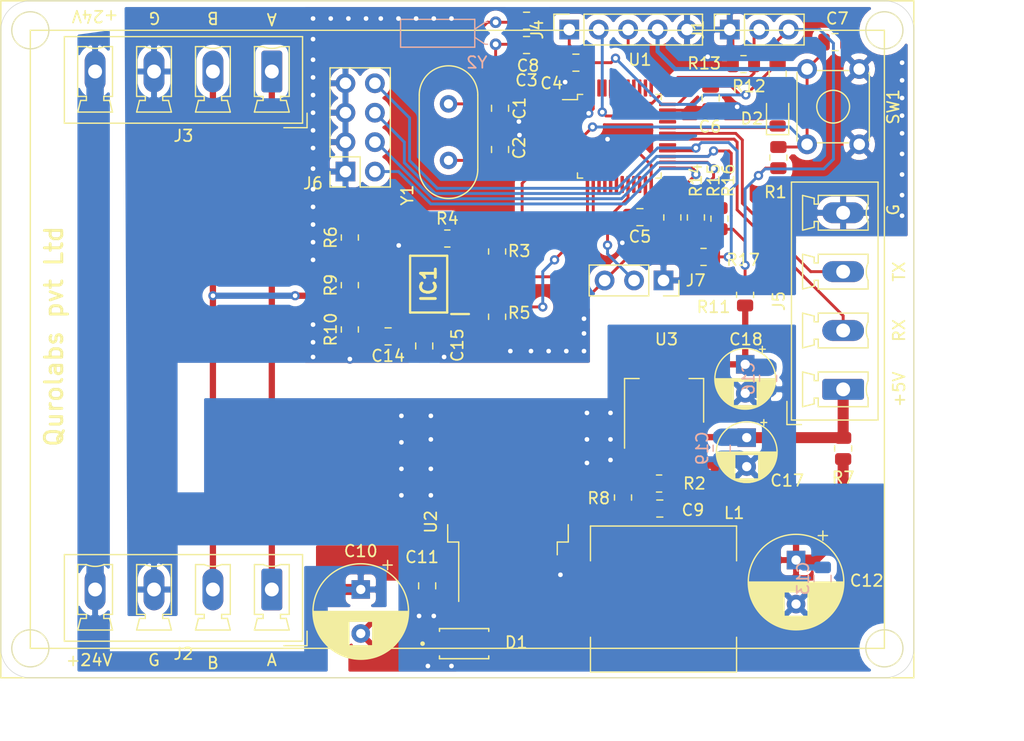
<source format=kicad_pcb>
(kicad_pcb (version 20171130) (host pcbnew "(5.1.12)-1")
  (layers (0 F.Cu signal) (31 B.Cu signal) (34 B.Paste user) (35 F.Paste user) (36 B.SilkS user) (37 F.SilkS user) (38 B.Mask user) (39 F.Mask user) (44 Edge.Cuts user))
  (net 0 "")
  (net 1 "Net-(C1-Pad1)")
  (net 2 GND)
  (net 3 "Net-(C2-Pad1)")
  (net 4 "Net-(C3-Pad1)")
  (net 5 +3V3)
  (net 6 NRST)
  (net 7 "Net-(C8-Pad1)")
  (net 8 "Net-(C12-Pad1)")
  (net 9 "Net-(C9-Pad1)")
  (net 10 +24V)
  (net 11 "Net-(C16-Pad1)")
  (net 12 +5V)
  (net 13 "Net-(D1-Pad2)")
  (net 14 "Net-(D2-Pad1)")
  (net 15 "Net-(D2-Pad2)")
  (net 16 RO)
  (net 17 DE)
  (net 18 DI)
  (net 19 A)
  (net 20 B)
  (net 21 "Net-(J1-Pad2)")
  (net 22 "Net-(J4-Pad3)")
  (net 23 "Net-(J4-Pad2)")
  (net 24 RX)
  (net 25 TX)
  (net 26 "Net-(J6-Pad2)")
  (net 27 "Net-(J6-Pad4)")
  (net 28 "Net-(J6-Pad6)")
  (net 29 "Net-(J6-Pad8)")
  (net 30 "Net-(J7-Pad2)")
  (module Package_QFP:LQFP-48_7x7mm_P0.5mm (layer F.Cu) (at 165.1 80.264)
    (fp_text reference U1 (at 1.778 -6.604) (layer F.SilkS))
    (fp_text value STM32F103C6Tx)
    (pad 1 smd roundrect (at -4.1625 -2.75) (size 1.475 0.3) (layers F.Cu F.Paste F.Mask) (net 5 +3V3))
    (pad 2 smd roundrect (at -4.1625 -2.25) (size 1.475 0.3) (layers F.Cu F.Paste F.Mask))
    (pad 3 smd roundrect (at -4.1625 -1.75) (size 1.475 0.3) (layers F.Cu F.Paste F.Mask) (net 4 "Net-(C3-Pad1)"))
    (pad 4 smd roundrect (at -4.1625 -1.25) (size 1.475 0.3) (layers F.Cu F.Paste F.Mask) (net 7 "Net-(C8-Pad1)"))
    (pad 5 smd roundrect (at -4.1625 -0.75) (size 1.475 0.3) (layers F.Cu F.Paste F.Mask) (net 1 "Net-(C1-Pad1)"))
    (pad 6 smd roundrect (at -4.1625 -0.25) (size 1.475 0.3) (layers F.Cu F.Paste F.Mask) (net 3 "Net-(C2-Pad1)"))
    (pad 7 smd roundrect (at -4.1625 0.25) (size 1.475 0.3) (layers F.Cu F.Paste F.Mask) (net 6 NRST))
    (pad 8 smd roundrect (at -4.1625 0.75) (size 1.475 0.3) (layers F.Cu F.Paste F.Mask) (net 2 GND))
    (pad 9 smd roundrect (at -4.1625 1.25) (size 1.475 0.3) (layers F.Cu F.Paste F.Mask) (net 5 +3V3))
    (pad 10 smd roundrect (at -4.1625 1.75) (size 1.475 0.3) (layers F.Cu F.Paste F.Mask))
    (pad 11 smd roundrect (at -4.1625 2.25) (size 1.475 0.3) (layers F.Cu F.Paste F.Mask))
    (pad 12 smd roundrect (at -4.1625 2.75) (size 1.475 0.3) (layers F.Cu F.Paste F.Mask) (net 18 DI))
    (pad 13 smd roundrect (at -2.75 4.1625) (size 0.3 1.475) (layers F.Cu F.Paste F.Mask) (net 16 RO))
    (pad 14 smd roundrect (at -2.25 4.1625) (size 0.3 1.475) (layers F.Cu F.Paste F.Mask) (net 17 DE))
    (pad 15 smd roundrect (at -1.75 4.1625) (size 0.3 1.475) (layers F.Cu F.Paste F.Mask))
    (pad 16 smd roundrect (at -1.25 4.1625) (size 0.3 1.475) (layers F.Cu F.Paste F.Mask))
    (pad 17 smd roundrect (at -0.75 4.1625) (size 0.3 1.475) (layers F.Cu F.Paste F.Mask))
    (pad 18 smd roundrect (at -0.25 4.1625) (size 0.3 1.475) (layers F.Cu F.Paste F.Mask))
    (pad 19 smd roundrect (at 0.25 4.1625) (size 0.3 1.475) (layers F.Cu F.Paste F.Mask))
    (pad 20 smd roundrect (at 0.75 4.1625) (size 0.3 1.475) (layers F.Cu F.Paste F.Mask) (net 30 "Net-(J7-Pad2)"))
    (pad 21 smd roundrect (at 1.25 4.1625) (size 0.3 1.475) (layers F.Cu F.Paste F.Mask))
    (pad 22 smd roundrect (at 1.75 4.1625) (size 0.3 1.475) (layers F.Cu F.Paste F.Mask))
    (pad 23 smd roundrect (at 2.25 4.1625) (size 0.3 1.475) (layers F.Cu F.Paste F.Mask) (net 2 GND))
    (pad 24 smd roundrect (at 2.75 4.1625) (size 0.3 1.475) (layers F.Cu F.Paste F.Mask) (net 5 +3V3))
    (pad 25 smd roundrect (at 4.1625 2.75) (size 1.475 0.3) (layers F.Cu F.Paste F.Mask) (net 26 "Net-(J6-Pad2)"))
    (pad 26 smd roundrect (at 4.1625 2.25) (size 1.475 0.3) (layers F.Cu F.Paste F.Mask) (net 27 "Net-(J6-Pad4)"))
    (pad 27 smd roundrect (at 4.1625 1.75) (size 1.475 0.3) (layers F.Cu F.Paste F.Mask) (net 28 "Net-(J6-Pad6)"))
    (pad 28 smd roundrect (at 4.1625 1.25) (size 1.475 0.3) (layers F.Cu F.Paste F.Mask) (net 29 "Net-(J6-Pad8)"))
    (pad 29 smd roundrect (at 4.1625 0.75) (size 1.475 0.3) (layers F.Cu F.Paste F.Mask))
    (pad 30 smd roundrect (at 4.1625 0.25) (size 1.475 0.3) (layers F.Cu F.Paste F.Mask) (net 24 RX))
    (pad 31 smd roundrect (at 4.1625 -0.25) (size 1.475 0.3) (layers F.Cu F.Paste F.Mask) (net 25 TX))
    (pad 32 smd roundrect (at 4.1625 -0.75) (size 1.475 0.3) (layers F.Cu F.Paste F.Mask) (net 14 "Net-(D2-Pad1)"))
    (pad 33 smd roundrect (at 4.1625 -1.25) (size 1.475 0.3) (layers F.Cu F.Paste F.Mask))
    (pad 34 smd roundrect (at 4.1625 -1.75) (size 1.475 0.3) (layers F.Cu F.Paste F.Mask) (net 23 "Net-(J4-Pad2)"))
    (pad 35 smd roundrect (at 4.1625 -2.25) (size 1.475 0.3) (layers F.Cu F.Paste F.Mask) (net 2 GND))
    (pad 36 smd roundrect (at 4.1625 -2.75) (size 1.475 0.3) (layers F.Cu F.Paste F.Mask) (net 5 +3V3))
    (pad 37 smd roundrect (at 2.75 -4.1625) (size 0.3 1.475) (layers F.Cu F.Paste F.Mask) (net 22 "Net-(J4-Pad3)"))
    (pad 38 smd roundrect (at 2.25 -4.1625) (size 0.3 1.475) (layers F.Cu F.Paste F.Mask))
    (pad 39 smd roundrect (at 1.75 -4.1625) (size 0.3 1.475) (layers F.Cu F.Paste F.Mask))
    (pad 40 smd roundrect (at 1.25 -4.1625) (size 0.3 1.475) (layers F.Cu F.Paste F.Mask))
    (pad 41 smd roundrect (at 0.75 -4.1625) (size 0.3 1.475) (layers F.Cu F.Paste F.Mask))
    (pad 42 smd roundrect (at 0.25 -4.1625) (size 0.3 1.475) (layers F.Cu F.Paste F.Mask))
    (pad 43 smd roundrect (at -0.25 -4.1625) (size 0.3 1.475) (layers F.Cu F.Paste F.Mask))
    (pad 44 smd roundrect (at -0.75 -4.1625) (size 0.3 1.475) (layers F.Cu F.Paste F.Mask) (net 21 "Net-(J1-Pad2)"))
    (pad 45 smd roundrect (at -1.25 -4.1625) (size 0.3 1.475) (layers F.Cu F.Paste F.Mask))
    (pad 46 smd roundrect (at -1.75 -4.1625) (size 0.3 1.475) (layers F.Cu F.Paste F.Mask))
    (pad 47 smd roundrect (at -2.25 -4.1625) (size 0.3 1.475) (layers F.Cu F.Paste F.Mask) (net 2 GND))
    (pad 48 smd roundrect (at -2.75 -4.1625) (size 0.3 1.475) (layers F.Cu F.Paste F.Mask) (net 5 +3V3))
  )
  (module Capacitor_SMD:C_0805_2012Metric (layer F.Cu) (at 154.813 77.851 270)
    (fp_text reference C1 (at 0 -1.68 90) (layer F.SilkS))
    (fp_text value 22pF)
    (pad 1 smd roundrect (at -0.95 0 270) (size 1 1.45) (layers F.Cu F.Paste F.Mask) (net 1 "Net-(C1-Pad1)"))
    (pad 2 smd roundrect (at 0.95 0 270) (size 1 1.45) (layers F.Cu F.Paste F.Mask) (net 2 GND))
  )
  (module Capacitor_SMD:C_0805_2012Metric (layer F.Cu) (at 154.813 81.407 90)
    (fp_text reference C2 (at 0.127 1.651 90) (layer F.SilkS))
    (fp_text value 22pF)
    (pad 2 smd roundrect (at 0.95 0 90) (size 1 1.45) (layers F.Cu F.Paste F.Mask) (net 2 GND))
    (pad 1 smd roundrect (at -0.95 0 90) (size 1 1.45) (layers F.Cu F.Paste F.Mask) (net 3 "Net-(C2-Pad1)"))
  )
  (module Capacitor_SMD:C_0805_2012Metric (layer F.Cu) (at 157.0965 72.39)
    (fp_text reference C3 (at 0 3.048) (layer F.SilkS))
    (fp_text value 22pF)
    (pad 1 smd roundrect (at -0.95 0) (size 1 1.45) (layers F.Cu F.Paste F.Mask) (net 4 "Net-(C3-Pad1)"))
    (pad 2 smd roundrect (at 0.95 0) (size 1 1.45) (layers F.Cu F.Paste F.Mask) (net 2 GND))
  )
  (module Capacitor_SMD:C_0805_2012Metric (layer F.Cu) (at 161.356 73.914 180)
    (fp_text reference C4 (at 2.098 -1.778) (layer F.SilkS))
    (fp_text value 100nF)
    (pad 1 smd roundrect (at -0.95 0 180) (size 1 1.45) (layers F.Cu F.Paste F.Mask) (net 5 +3V3))
    (pad 2 smd roundrect (at 0.95 0 180) (size 1 1.45) (layers F.Cu F.Paste F.Mask) (net 2 GND))
  )
  (module Capacitor_SMD:C_0805_2012Metric (layer F.Cu) (at 166.8755 87.249 180)
    (fp_text reference C5 (at 0 -1.68) (layer F.SilkS))
    (fp_text value 100nF)
    (pad 2 smd roundrect (at 0.95 0 180) (size 1 1.45) (layers F.Cu F.Paste F.Mask) (net 2 GND))
    (pad 1 smd roundrect (at -0.95 0 180) (size 1 1.45) (layers F.Cu F.Paste F.Mask) (net 5 +3V3))
  )
  (module Capacitor_SMD:C_0805_2012Metric (layer F.Cu) (at 172.974 76.962 270)
    (fp_text reference C6 (at 2.4765 0.0635 180) (layer F.SilkS))
    (fp_text value 100nF)
    (pad 1 smd roundrect (at -0.95 0 270) (size 1 1.45) (layers F.Cu F.Paste F.Mask) (net 5 +3V3))
    (pad 2 smd roundrect (at 0.95 0 270) (size 1 1.45) (layers F.Cu F.Paste F.Mask) (net 2 GND))
  )
  (module Capacitor_SMD:C_0805_2012Metric (layer F.Cu) (at 183.703 72.136)
    (fp_text reference C7 (at 0.193 -2.032) (layer F.SilkS))
    (fp_text value 100nF)
    (pad 2 smd roundrect (at 0.95 0) (size 1 1.45) (layers F.Cu F.Paste F.Mask) (net 2 GND))
    (pad 1 smd roundrect (at -0.95 0) (size 1 1.45) (layers F.Cu F.Paste F.Mask) (net 6 NRST))
  )
  (module Capacitor_SMD:C_0805_2012Metric (layer F.Cu) (at 157.099 70.2945)
    (fp_text reference C8 (at 0.127 3.8735) (layer F.SilkS))
    (fp_text value 22pF)
    (pad 2 smd roundrect (at 0.95 0) (size 1 1.45) (layers F.Cu F.Paste F.Mask) (net 2 GND))
    (pad 1 smd roundrect (at -0.95 0) (size 1 1.45) (layers F.Cu F.Paste F.Mask) (net 7 "Net-(C8-Pad1)"))
  )
  (module Capacitor_SMD:C_0805_2012Metric (layer F.Cu) (at 168.59 112.395)
    (fp_text reference C9 (at 2.86 0.127) (layer F.SilkS))
    (fp_text value 100nF)
    (pad 2 smd roundrect (at 0.95 0) (size 1 1.45) (layers F.Cu F.Paste F.Mask) (net 8 "Net-(C12-Pad1)"))
    (pad 1 smd roundrect (at -0.95 0) (size 1 1.45) (layers F.Cu F.Paste F.Mask) (net 9 "Net-(C9-Pad1)"))
  )
  (module Capacitor_THT:CP_Radial_D8.0mm_P3.80mm (layer F.Cu) (at 142.7988 119.38 270)
    (fp_text reference C10 (at -3.312 0 180) (layer F.SilkS))
    (fp_text value 220uF/50V)
    (pad 2 thru_hole circle (at 3.8 0 270) (size 1.6 1.6) (drill 0.8) (layers *.Cu *.Mask) (net 2 GND))
    (pad 1 thru_hole rect (at 0 0 270) (size 1.6 1.6) (drill 0.8) (layers *.Cu *.Mask) (net 10 +24V))
  )
  (module Capacitor_SMD:C_0805_2012Metric (layer F.Cu) (at 148.5265 119.065 270)
    (fp_text reference C11 (at -2.479 0.4445 180) (layer F.SilkS))
    (fp_text value 100nF)
    (pad 2 smd roundrect (at 0.95 0 270) (size 1 1.45) (layers F.Cu F.Paste F.Mask) (net 2 GND))
    (pad 1 smd roundrect (at -0.95 0 270) (size 1 1.45) (layers F.Cu F.Paste F.Mask) (net 10 +24V))
  )
  (module Capacitor_THT:CP_Radial_D8.0mm_P3.80mm (layer F.Cu) (at 180.34 116.84 270)
    (fp_text reference C12 (at 1.778 -6.096 180) (layer F.SilkS))
    (fp_text value 220uF/50V)
    (pad 1 thru_hole rect (at 0 0 270) (size 1.6 1.6) (drill 0.8) (layers *.Cu *.Mask) (net 8 "Net-(C12-Pad1)"))
    (pad 2 thru_hole circle (at 3.8 0 270) (size 1.6 1.6) (drill 0.8) (layers *.Cu *.Mask) (net 2 GND))
  )
  (module Capacitor_SMD:C_0805_2012Metric (layer B.Cu) (at 182.626 118.425 270)
    (fp_text reference C13 (at 0 1.68 270) (layer B.SilkS) (effects (justify mirror)))
    (fp_text value 100nF)
    (pad 1 smd roundrect (at -0.95 0 270) (size 1 1.45) (layers B.Cu B.Paste B.Mask) (net 8 "Net-(C12-Pad1)"))
    (pad 2 smd roundrect (at 0.95 0 270) (size 1 1.45) (layers B.Cu B.Paste B.Mask) (net 2 GND))
  )
  (module Capacitor_SMD:C_0805_2012Metric (layer F.Cu) (at 145.1585 97.536 180)
    (fp_text reference C14 (at 0 -1.68) (layer F.SilkS))
    (fp_text value 100nF)
    (pad 1 smd roundrect (at -0.95 0 180) (size 1 1.45) (layers F.Cu F.Paste F.Mask) (net 5 +3V3))
    (pad 2 smd roundrect (at 0.95 0 180) (size 1 1.45) (layers F.Cu F.Paste F.Mask) (net 2 GND))
  )
  (module Capacitor_SMD:C_0805_2012Metric (layer F.Cu) (at 148.2725 98.364 270)
    (fp_text reference C15 (at -0.066 -2.8575 90) (layer F.SilkS))
    (fp_text value 100nF)
    (pad 1 smd roundrect (at -0.95 0 270) (size 1 1.45) (layers F.Cu F.Paste F.Mask) (net 5 +3V3))
    (pad 2 smd roundrect (at 0.95 0 270) (size 1 1.45) (layers F.Cu F.Paste F.Mask) (net 2 GND))
  )
  (module Capacitor_SMD:C_0805_2012Metric (layer B.Cu) (at 177.927 101.1555 270)
    (fp_text reference C16 (at 0 1.68 90) (layer B.SilkS) (effects (justify mirror)))
    (fp_text value 100nF)
    (pad 2 smd roundrect (at 0.95 0 270) (size 1 1.45) (layers B.Cu B.Paste B.Mask) (net 2 GND))
    (pad 1 smd roundrect (at -0.95 0 270) (size 1 1.45) (layers B.Cu B.Paste B.Mask) (net 11 "Net-(C16-Pad1)"))
  )
  (module Capacitor_THT:CP_Radial_D5.0mm_P2.50mm (layer F.Cu) (at 176.0855 106.2755 270)
    (fp_text reference C17 (at 3.7065 -3.4925 180) (layer F.SilkS))
    (fp_text value 10uF/50V)
    (pad 1 thru_hole rect (at 0 0 270) (size 1.6 1.6) (drill 0.8) (layers *.Cu *.Mask) (net 12 +5V))
    (pad 2 thru_hole circle (at 2.5 0 270) (size 1.6 1.6) (drill 0.8) (layers *.Cu *.Mask) (net 2 GND))
  )
  (module Capacitor_THT:CP_Radial_D5.0mm_P2.50mm (layer F.Cu) (at 175.9585 99.949 270)
    (fp_text reference C18 (at -2.159 -0.0635 180) (layer F.SilkS))
    (fp_text value 10uF/50V)
    (pad 2 thru_hole circle (at 2.5 0 270) (size 1.6 1.6) (drill 0.8) (layers *.Cu *.Mask) (net 2 GND))
    (pad 1 thru_hole rect (at 0 0 270) (size 1.6 1.6) (drill 0.8) (layers *.Cu *.Mask) (net 11 "Net-(C16-Pad1)"))
  )
  (module Capacitor_SMD:C_0805_2012Metric (layer B.Cu) (at 173.9265 107.188 270)
    (fp_text reference C19 (at 0 1.68 270) (layer B.SilkS) (effects (justify mirror)))
    (fp_text value 100nF)
    (pad 1 smd roundrect (at -0.95 0 270) (size 1 1.45) (layers B.Cu B.Paste B.Mask) (net 12 +5V))
    (pad 2 smd roundrect (at 0.95 0 270) (size 1 1.45) (layers B.Cu B.Paste B.Mask) (net 2 GND))
  )
  (module SS34ALH:SODFL5226X100N (layer F.Cu) (at 151.7142 124.0536)
    (fp_text reference D1 (at 4.4958 -0.1016) (layer F.SilkS))
    (fp_text value SS34)
    (pad 1 smd rect (at -2.165 0) (size 1.44 1.48) (layers F.Cu F.Paste F.Mask) (net 2 GND))
    (pad 2 smd rect (at 2.165 0) (size 1.44 1.48) (layers F.Cu F.Paste F.Mask) (net 13 "Net-(D1-Pad2)"))
  )
  (module LED_SMD:LED_0805_2012Metric (layer F.Cu) (at 178.7525 78.4375 90)
    (fp_text reference D2 (at -0.3025 -2.2225 180) (layer F.SilkS))
    (fp_text value LED)
    (pad 1 smd roundrect (at -0.9375 0 90) (size 0.975 1.4) (layers F.Cu F.Paste F.Mask) (net 14 "Net-(D2-Pad1)"))
    (pad 2 smd roundrect (at 0.9375 0 90) (size 0.975 1.4) (layers F.Cu F.Paste F.Mask) (net 15 "Net-(D2-Pad2)"))
  )
  (module MAX485CSA+:SOIC127P600X175-8N (layer F.Cu) (at 148.6535 93.0275 180)
    (fp_text reference IC1 (at 0 0 90) (layer F.SilkS) (effects (font (size 1.27 1.27) (thickness 0.254))))
    (fp_text value MAX485CSA+ hide)
    (pad 1 smd rect (at -2.712 -1.905 270) (size 0.65 1.525) (layers F.Cu F.Paste F.Mask) (net 16 RO))
    (pad 2 smd rect (at -2.712 -0.635 270) (size 0.65 1.525) (layers F.Cu F.Paste F.Mask) (net 17 DE))
    (pad 3 smd rect (at -2.712 0.635 270) (size 0.65 1.525) (layers F.Cu F.Paste F.Mask) (net 17 DE))
    (pad 4 smd rect (at -2.712 1.905 270) (size 0.65 1.525) (layers F.Cu F.Paste F.Mask) (net 18 DI))
    (pad 5 smd rect (at 2.712 1.905 270) (size 0.65 1.525) (layers F.Cu F.Paste F.Mask) (net 2 GND))
    (pad 6 smd rect (at 2.712 0.635 270) (size 0.65 1.525) (layers F.Cu F.Paste F.Mask) (net 19 A))
    (pad 7 smd rect (at 2.712 -0.635 270) (size 0.65 1.525) (layers F.Cu F.Paste F.Mask) (net 20 B))
    (pad 8 smd rect (at 2.712 -1.905 270) (size 0.65 1.525) (layers F.Cu F.Paste F.Mask) (net 5 +3V3))
  )
  (module Connector_PinSocket_2.54mm:PinSocket_1x03_P2.54mm_Vertical (layer F.Cu) (at 174.625 71.0565 90)
    (fp_text reference J1 (at 0 -2.77 90) (layer F.SilkS))
    (fp_text value Conn_01x03)
    (pad 1 thru_hole rect (at 0 0 90) (size 1.7 1.7) (drill 1) (layers *.Cu *.Mask) (net 2 GND))
    (pad 2 thru_hole oval (at 0 2.54 90) (size 1.7 1.7) (drill 1) (layers *.Cu *.Mask) (net 21 "Net-(J1-Pad2)"))
    (pad 3 thru_hole oval (at 0 5.08 90) (size 1.7 1.7) (drill 1) (layers *.Cu *.Mask) (net 5 +3V3))
  )
  (module Connector_Phoenix_MC_HighVoltage:PhoenixContact_MCV_1,5_4-G-5.08_1x04_P5.08mm_Vertical (layer F.Cu) (at 135.128 119.38 180)
    (fp_text reference J2 (at 7.62 -5.55) (layer F.SilkS))
    (fp_text value Screw_Terminal_01x04)
    (pad 4 thru_hole oval (at 15.24 0 180) (size 1.8 3.6) (drill 1.2) (layers *.Cu *.Mask) (net 10 +24V))
    (pad 3 thru_hole oval (at 10.16 0 180) (size 1.8 3.6) (drill 1.2) (layers *.Cu *.Mask) (net 2 GND))
    (pad 2 thru_hole oval (at 5.08 0 180) (size 1.8 3.6) (drill 1.2) (layers *.Cu *.Mask) (net 20 B))
    (pad 1 thru_hole roundrect (at 0 0 180) (size 1.8 3.6) (drill 1.2) (layers *.Cu *.Mask) (roundrect_rratio 0.1388888888888889) (net 19 A))
  )
  (module Connector_Phoenix_MC_HighVoltage:PhoenixContact_MCV_1,5_4-G-5.08_1x04_P5.08mm_Vertical (layer F.Cu) (at 135.128 74.676 180)
    (fp_text reference J3 (at 7.62 -5.55) (layer F.SilkS))
    (fp_text value Screw_Terminal_01x04)
    (pad 1 thru_hole roundrect (at 0 0 180) (size 1.8 3.6) (drill 1.2) (layers *.Cu *.Mask) (roundrect_rratio 0.1388888888888889) (net 19 A))
    (pad 2 thru_hole oval (at 5.08 0 180) (size 1.8 3.6) (drill 1.2) (layers *.Cu *.Mask) (net 20 B))
    (pad 3 thru_hole oval (at 10.16 0 180) (size 1.8 3.6) (drill 1.2) (layers *.Cu *.Mask) (net 2 GND))
    (pad 4 thru_hole oval (at 15.24 0 180) (size 1.8 3.6) (drill 1.2) (layers *.Cu *.Mask) (net 10 +24V))
  )
  (module Connector_Phoenix_MC_HighVoltage:PhoenixContact_MCV_1,5_4-G-5.08_1x04_P5.08mm_Vertical (layer F.Cu) (at 184.404 102.108 90)
    (fp_text reference J5 (at 7.62 -5.55 90) (layer F.SilkS))
    (fp_text value Screw_Terminal_01x04)
    (pad 1 thru_hole roundrect (at 0 0 90) (size 1.8 3.6) (drill 1.2) (layers *.Cu *.Mask) (roundrect_rratio 0.1388888888888889) (net 12 +5V))
    (pad 2 thru_hole oval (at 5.08 0 90) (size 1.8 3.6) (drill 1.2) (layers *.Cu *.Mask) (net 24 RX))
    (pad 3 thru_hole oval (at 10.16 0 90) (size 1.8 3.6) (drill 1.2) (layers *.Cu *.Mask) (net 25 TX))
    (pad 4 thru_hole oval (at 15.24 0 90) (size 1.8 3.6) (drill 1.2) (layers *.Cu *.Mask) (net 2 GND))
  )
  (module Inductor_SMD:L_12x12mm_H6mm (layer F.Cu) (at 168.91 120.2055)
    (fp_text reference L1 (at 6.096 -7.4295 180) (layer F.SilkS))
    (fp_text value 33uH)
    (pad 1 smd rect (at -4.95 0) (size 2.9 5.4) (layers F.Cu F.Paste F.Mask) (net 13 "Net-(D1-Pad2)"))
    (pad 2 smd rect (at 4.95 0) (size 2.9 5.4) (layers F.Cu F.Paste F.Mask) (net 8 "Net-(C12-Pad1)"))
  )
  (module Resistor_SMD:R_0805_2012Metric (layer F.Cu) (at 178.816 82.1055 90)
    (fp_text reference R1 (at -2.9845 -0.254 180) (layer F.SilkS))
    (fp_text value 10K)
    (pad 2 smd roundrect (at 0.9125 0 90) (size 1.025 1.4) (layers F.Cu F.Paste F.Mask) (roundrect_rratio 0.2439014634146341) (net 6 NRST))
    (pad 1 smd roundrect (at -0.9125 0 90) (size 1.025 1.4) (layers F.Cu F.Paste F.Mask) (roundrect_rratio 0.2439014634146341) (net 5 +3V3))
  )
  (module Resistor_SMD:R_0805_2012Metric (layer F.Cu) (at 168.529 110.236 180)
    (fp_text reference R2 (at -3.048 0) (layer F.SilkS))
    (fp_text value 10K)
    (pad 2 smd roundrect (at 0.9125 0 180) (size 1.025 1.4) (layers F.Cu F.Paste F.Mask) (roundrect_rratio 0.2439014634146341) (net 9 "Net-(C9-Pad1)"))
    (pad 1 smd roundrect (at -0.9125 0 180) (size 1.025 1.4) (layers F.Cu F.Paste F.Mask) (roundrect_rratio 0.2439014634146341) (net 8 "Net-(C12-Pad1)"))
  )
  (module Resistor_SMD:R_0805_2012Metric (layer F.Cu) (at 154.559 90.21 270)
    (fp_text reference R3 (at -0.04 -1.905 180) (layer F.SilkS))
    (fp_text value 10K)
    (pad 2 smd roundrect (at 0.9125 0 270) (size 1.025 1.4) (layers F.Cu F.Paste F.Mask) (roundrect_rratio 0.2439014634146341) (net 18 DI))
    (pad 1 smd roundrect (at -0.9125 0 270) (size 1.025 1.4) (layers F.Cu F.Paste F.Mask) (roundrect_rratio 0.2439014634146341) (net 5 +3V3))
  )
  (module Resistor_SMD:R_0805_2012Metric (layer F.Cu) (at 150.2645 89.0905 180)
    (fp_text reference R4 (at 0 1.7145) (layer F.SilkS))
    (fp_text value 10K)
    (pad 1 smd roundrect (at -0.9125 0 180) (size 1.025 1.4) (layers F.Cu F.Paste F.Mask) (roundrect_rratio 0.2439014634146341) (net 5 +3V3))
    (pad 2 smd roundrect (at 0.9125 0 180) (size 1.025 1.4) (layers F.Cu F.Paste F.Mask) (roundrect_rratio 0.2439014634146341) (net 17 DE))
  )
  (module Resistor_SMD:R_0805_2012Metric (layer F.Cu) (at 154.559 95.845 90)
    (fp_text reference R5 (at 0.341 1.905 180) (layer F.SilkS))
    (fp_text value 10K)
    (pad 1 smd roundrect (at -0.9125 0 90) (size 1.025 1.4) (layers F.Cu F.Paste F.Mask) (roundrect_rratio 0.2439014634146341) (net 5 +3V3))
    (pad 2 smd roundrect (at 0.9125 0 90) (size 1.025 1.4) (layers F.Cu F.Paste F.Mask) (roundrect_rratio 0.2439014634146341) (net 16 RO))
  )
  (module Resistor_SMD:R_0805_2012Metric (layer F.Cu) (at 141.859 89.0035 270)
    (fp_text reference R6 (at 0 1.651 90) (layer F.SilkS))
    (fp_text value 20K)
    (pad 2 smd roundrect (at 0.9125 0 270) (size 1.025 1.4) (layers F.Cu F.Paste F.Mask) (roundrect_rratio 0.2439014634146341) (net 19 A))
    (pad 1 smd roundrect (at -0.9125 0 270) (size 1.025 1.4) (layers F.Cu F.Paste F.Mask) (roundrect_rratio 0.2439014634146341) (net 5 +3V3))
  )
  (module Resistor_SMD:R_0805_2012Metric (layer F.Cu) (at 184.404 107.2115 270)
    (fp_text reference R7 (at 2.5165 0 180) (layer F.SilkS))
    (fp_text value 0)
    (pad 2 smd roundrect (at 0.9125 0 270) (size 1.025 1.4) (layers F.Cu F.Paste F.Mask) (roundrect_rratio 0.2439014634146341) (net 8 "Net-(C12-Pad1)"))
    (pad 1 smd roundrect (at -0.9125 0 270) (size 1.025 1.4) (layers F.Cu F.Paste F.Mask) (roundrect_rratio 0.2439014634146341) (net 12 +5V))
  )
  (module Resistor_SMD:R_0805_2012Metric (layer F.Cu) (at 165.4175 111.4425 270)
    (fp_text reference R8 (at 0.0635 2.0955) (layer F.SilkS))
    (fp_text value 10K)
    (pad 1 smd roundrect (at -0.9125 0 270) (size 1.025 1.4) (layers F.Cu F.Paste F.Mask) (roundrect_rratio 0.2439014634146341) (net 2 GND))
    (pad 2 smd roundrect (at 0.9125 0 270) (size 1.025 1.4) (layers F.Cu F.Paste F.Mask) (roundrect_rratio 0.2439014634146341) (net 9 "Net-(C9-Pad1)"))
  )
  (module Resistor_SMD:R_0805_2012Metric (layer F.Cu) (at 141.859 93.1145 90)
    (fp_text reference R9 (at 0 -1.65 90) (layer F.SilkS))
    (fp_text value 120E)
    (pad 1 smd roundrect (at -0.9125 0 90) (size 1.025 1.4) (layers F.Cu F.Paste F.Mask) (roundrect_rratio 0.2439014634146341) (net 20 B))
    (pad 2 smd roundrect (at 0.9125 0 90) (size 1.025 1.4) (layers F.Cu F.Paste F.Mask) (roundrect_rratio 0.2439014634146341) (net 19 A))
  )
  (module Resistor_SMD:R_0805_2012Metric (layer F.Cu) (at 141.859 96.941 270)
    (fp_text reference R10 (at 0 1.651 90) (layer F.SilkS))
    (fp_text value 20K)
    (pad 1 smd roundrect (at -0.9125 0 270) (size 1.025 1.4) (layers F.Cu F.Paste F.Mask) (roundrect_rratio 0.2439014634146341) (net 20 B))
    (pad 2 smd roundrect (at 0.9125 0 270) (size 1.025 1.4) (layers F.Cu F.Paste F.Mask) (roundrect_rratio 0.2439014634146341) (net 2 GND))
  )
  (module Resistor_SMD:R_0805_2012Metric (layer F.Cu) (at 175.9458 93.9546 270)
    (fp_text reference R11 (at 1.0414 2.7178 180) (layer F.SilkS))
    (fp_text value 0)
    (pad 1 smd roundrect (at -0.9125 0 270) (size 1.025 1.4) (layers F.Cu F.Paste F.Mask) (roundrect_rratio 0.2439014634146341) (net 5 +3V3))
    (pad 2 smd roundrect (at 0.9125 0 270) (size 1.025 1.4) (layers F.Cu F.Paste F.Mask) (roundrect_rratio 0.2439014634146341) (net 11 "Net-(C16-Pad1)"))
  )
  (module Resistor_SMD:R_0805_2012Metric (layer F.Cu) (at 178.7525 74.8665 90)
    (fp_text reference R12 (at -1.0795 -2.4765 180) (layer F.SilkS))
    (fp_text value 1K)
    (pad 1 smd roundrect (at -0.9125 0 90) (size 1.025 1.4) (layers F.Cu F.Paste F.Mask) (roundrect_rratio 0.2439014634146341) (net 15 "Net-(D2-Pad2)"))
    (pad 2 smd roundrect (at 0.9125 0 90) (size 1.025 1.4) (layers F.Cu F.Paste F.Mask) (roundrect_rratio 0.2439014634146341) (net 5 +3V3))
  )
  (module Resistor_SMD:R_0805_2012Metric (layer F.Cu) (at 175.808 74.041)
    (fp_text reference R13 (at -3.389 -0.0635) (layer F.SilkS))
    (fp_text value 100K)
    (pad 2 smd roundrect (at 0.9125 0) (size 1.025 1.4) (layers F.Cu F.Paste F.Mask) (roundrect_rratio 0.2439014634146341) (net 21 "Net-(J1-Pad2)"))
    (pad 1 smd roundrect (at -0.9125 0) (size 1.025 1.4) (layers F.Cu F.Paste F.Mask) (roundrect_rratio 0.2439014634146341) (net 2 GND))
  )
  (module Button_Switch_THT:SW_TH_Tactile_Omron_B3F-10xx (layer F.Cu) (at 181.2925 80.9625 90)
    (fp_text reference SW1 (at 3.2385 7.4295 90) (layer F.SilkS))
    (fp_text value SW_MEC_5E)
    (pad 4 thru_hole circle (at 6.5 4.5 90) (size 1.7 1.7) (drill 1) (layers *.Cu *.Mask) (net 2 GND))
    (pad 3 thru_hole circle (at 0 4.5 90) (size 1.7 1.7) (drill 1) (layers *.Cu *.Mask) (net 2 GND))
    (pad 2 thru_hole circle (at 6.5 0 90) (size 1.7 1.7) (drill 1) (layers *.Cu *.Mask) (net 6 NRST))
    (pad 1 thru_hole circle (at 0 0 90) (size 1.7 1.7) (drill 1) (layers *.Cu *.Mask) (net 6 NRST))
  )
  (module Package_TO_SOT_SMD:TO-263-5_TabPin3 (layer F.Cu) (at 155.497 112.335 90)
    (fp_text reference U2 (at -1.203 -6.65 90) (layer F.SilkS))
    (fp_text value LM2596S-ADJ)
    (pad 1 smd rect (at -5.775 -3.4 90) (size 4.6 1.1) (layers F.Cu F.Paste F.Mask) (net 10 +24V))
    (pad 2 smd rect (at -5.775 -1.7 90) (size 4.6 1.1) (layers F.Cu F.Paste F.Mask) (net 13 "Net-(D1-Pad2)"))
    (pad 3 smd rect (at -5.775 0 90) (size 4.6 1.1) (layers F.Cu F.Paste F.Mask) (net 2 GND))
    (pad 4 smd rect (at -5.775 1.7 90) (size 4.6 1.1) (layers F.Cu F.Paste F.Mask) (net 9 "Net-(C9-Pad1)"))
    (pad 5 smd rect (at -5.775 3.4 90) (size 4.6 1.1) (layers F.Cu F.Paste F.Mask) (net 2 GND))
    (pad 3 smd rect (at 3.375 0 90) (size 9.4 10.8) (layers F.Cu F.Mask) (net 2 GND))
  )
  (module Package_TO_SOT_SMD:SOT-223-3_TabPin2 (layer F.Cu) (at 168.9595 103.0855 90)
    (fp_text reference U3 (at 5.2955 0.2045 180) (layer F.SilkS))
    (fp_text value LM1117-3.3)
    (pad 2 smd rect (at 3.15 0 90) (size 2 3.8) (layers F.Cu F.Paste F.Mask) (net 11 "Net-(C16-Pad1)"))
    (pad 2 smd rect (at -3.15 0 90) (size 2 1.5) (layers F.Cu F.Paste F.Mask) (net 11 "Net-(C16-Pad1)"))
    (pad 3 smd rect (at -3.15 2.3 90) (size 2 1.5) (layers F.Cu F.Paste F.Mask) (net 12 +5V))
    (pad 1 smd rect (at -3.15 -2.3 90) (size 2 1.5) (layers F.Cu F.Paste F.Mask) (net 2 GND))
  )
  (module Crystal:Crystal_HC49-4H_Vertical (layer F.Cu) (at 150.368 77.47 270)
    (fp_text reference Y1 (at 7.874 3.556 90) (layer F.SilkS))
    (fp_text value 8Mhz)
    (pad 1 thru_hole circle (at 0 0 270) (size 1.5 1.5) (drill 0.8) (layers *.Cu *.Mask) (net 1 "Net-(C1-Pad1)"))
    (pad 2 thru_hole circle (at 4.88 0 270) (size 1.5 1.5) (drill 0.8) (layers *.Cu *.Mask) (net 3 "Net-(C2-Pad1)"))
  )
  (module Crystal:Crystal_DS26_D2.0mm_L6.0mm_Horizontal (layer B.Cu) (at 154.432 72.3265 90)
    (fp_text reference Y2 (at -1.57 -1.625) (layer B.SilkS) (effects (justify mirror)))
    (fp_text value 32.768Khz)
    (pad 1 thru_hole circle (at 0 0 90) (size 1 1) (drill 0.5) (layers *.Cu *.Mask) (net 4 "Net-(C3-Pad1)"))
    (pad 2 thru_hole circle (at 1.9 0 90) (size 1 1) (drill 0.5) (layers *.Cu *.Mask) (net 7 "Net-(C8-Pad1)"))
  )
  (module Connector_PinSocket_2.54mm:PinSocket_1x05_P2.54mm_Vertical (layer F.Cu) (at 160.782 71.0565 90)
    (fp_text reference J4 (at 0 -2.77 90) (layer F.SilkS))
    (fp_text value Programming)
    (pad 1 thru_hole rect (at 0 0 90) (size 1.7 1.7) (drill 1) (layers *.Cu *.Mask) (net 5 +3V3))
    (pad 2 thru_hole oval (at 0 2.54 90) (size 1.7 1.7) (drill 1) (layers *.Cu *.Mask) (net 23 "Net-(J4-Pad2)"))
    (pad 3 thru_hole oval (at 0 5.08 90) (size 1.7 1.7) (drill 1) (layers *.Cu *.Mask) (net 22 "Net-(J4-Pad3)"))
    (pad 4 thru_hole oval (at 0 7.62 90) (size 1.7 1.7) (drill 1) (layers *.Cu *.Mask) (net 6 NRST))
    (pad 5 thru_hole oval (at 0 10.16 90) (size 1.7 1.7) (drill 1) (layers *.Cu *.Mask) (net 2 GND))
  )
  (module Resistor_SMD:R_0805_2012Metric (layer F.Cu) (at 169.672 87.2725 90)
    (fp_text reference R14 (at 3.1985 2.032 270) (layer F.SilkS))
    (fp_text value 10K)
    (pad 1 smd roundrect (at -0.9125 0 90) (size 1.025 1.4) (layers F.Cu F.Paste F.Mask) (roundrect_rratio 0.2439014634146341) (net 5 +3V3))
    (pad 2 smd roundrect (at 0.9125 0 90) (size 1.025 1.4) (layers F.Cu F.Paste F.Mask) (roundrect_rratio 0.2439014634146341) (net 26 "Net-(J6-Pad2)"))
  )
  (module Resistor_SMD:R_0805_2012Metric (layer F.Cu) (at 171.704 87.2725 90)
    (fp_text reference R15 (at 3.1985 1.524 90) (layer F.SilkS))
    (fp_text value 10K)
    (pad 2 smd roundrect (at 0.9125 0 90) (size 1.025 1.4) (layers F.Cu F.Paste F.Mask) (roundrect_rratio 0.2439014634146341) (net 27 "Net-(J6-Pad4)"))
    (pad 1 smd roundrect (at -0.9125 0 90) (size 1.025 1.4) (layers F.Cu F.Paste F.Mask) (roundrect_rratio 0.2439014634146341) (net 5 +3V3))
  )
  (module Resistor_SMD:R_0805_2012Metric (layer F.Cu) (at 173.736 87.376 90)
    (fp_text reference R16 (at 3.302 0.762 90) (layer F.SilkS))
    (fp_text value 10K)
    (pad 1 smd roundrect (at -0.9125 0 90) (size 1.025 1.4) (layers F.Cu F.Paste F.Mask) (roundrect_rratio 0.2439014634146341) (net 5 +3V3))
    (pad 2 smd roundrect (at 0.9125 0 90) (size 1.025 1.4) (layers F.Cu F.Paste F.Mask) (roundrect_rratio 0.2439014634146341) (net 28 "Net-(J6-Pad6)"))
  )
  (module Resistor_SMD:R_0805_2012Metric (layer F.Cu) (at 172.3625 90.678)
    (fp_text reference R17 (at 3.4055 0.254) (layer F.SilkS))
    (fp_text value 10K)
    (pad 2 smd roundrect (at 0.9125 0) (size 1.025 1.4) (layers F.Cu F.Paste F.Mask) (roundrect_rratio 0.2439014634146341) (net 29 "Net-(J6-Pad8)"))
    (pad 1 smd roundrect (at -0.9125 0) (size 1.025 1.4) (layers F.Cu F.Paste F.Mask) (roundrect_rratio 0.2439014634146341) (net 5 +3V3))
  )
  (module Connector_PinSocket_2.54mm:PinSocket_2x04_P2.54mm_Vertical (layer F.Cu) (at 141.478 83.312 180)
    (fp_text reference J6 (at 2.794 -1.016) (layer F.SilkS))
    (fp_text value "Slave selection")
    (pad 1 thru_hole rect (at 0 0 180) (size 1.7 1.7) (drill 1) (layers *.Cu *.Mask) (net 2 GND))
    (pad 2 thru_hole oval (at -2.54 0 180) (size 1.7 1.7) (drill 1) (layers *.Cu *.Mask) (net 26 "Net-(J6-Pad2)"))
    (pad 3 thru_hole oval (at 0 2.54 180) (size 1.7 1.7) (drill 1) (layers *.Cu *.Mask) (net 2 GND))
    (pad 4 thru_hole oval (at -2.54 2.54 180) (size 1.7 1.7) (drill 1) (layers *.Cu *.Mask) (net 27 "Net-(J6-Pad4)"))
    (pad 5 thru_hole oval (at 0 5.08 180) (size 1.7 1.7) (drill 1) (layers *.Cu *.Mask) (net 2 GND))
    (pad 6 thru_hole oval (at -2.54 5.08 180) (size 1.7 1.7) (drill 1) (layers *.Cu *.Mask) (net 28 "Net-(J6-Pad6)"))
    (pad 7 thru_hole oval (at 0 7.62 180) (size 1.7 1.7) (drill 1) (layers *.Cu *.Mask) (net 2 GND))
    (pad 8 thru_hole oval (at -2.54 7.62 180) (size 1.7 1.7) (drill 1) (layers *.Cu *.Mask) (net 29 "Net-(J6-Pad8)"))
  )
  (module Connector_PinSocket_2.54mm:PinSocket_1x03_P2.54mm_Vertical (layer F.Cu) (at 168.91 92.71 270)
    (fp_text reference J7 (at 0 -2.77 180) (layer F.SilkS))
    (fp_text value Conn_01x03)
    (pad 1 thru_hole rect (at 0 0 270) (size 1.7 1.7) (drill 1) (layers *.Cu *.Mask) (net 2 GND))
    (pad 2 thru_hole oval (at 0 2.54 270) (size 1.7 1.7) (drill 1) (layers *.Cu *.Mask) (net 30 "Net-(J7-Pad2)"))
    (pad 3 thru_hole oval (at 0 5.08 270) (size 1.7 1.7) (drill 1) (layers *.Cu *.Mask) (net 5 +3V3))
  )
  (gr_text "Qurolabs pvt Ltd" (at 116.332 97.536 90) (layer F.SilkS) (effects (font (size 1.5 1.5) (thickness 0.25))))
  (gr_text +5V (at 189.23 102.108 90) (layer F.SilkS) (effects (font (size 1 1))))
  (gr_text RX (at 189.23 97.028 90) (layer F.SilkS) (effects (font (size 1 1))))
  (gr_text TX (at 189.23 91.948 90) (layer F.SilkS) (effects (font (size 1 1))))
  (gr_text G (at 188.722 86.614 90) (layer F.SilkS) (effects (font (size 1 1))))
  (gr_text A (at 135.128 70.1548 180) (layer F.SilkS) (effects (font (size 1 1))))
  (gr_text B (at 130.048 70.0532 180) (layer F.SilkS) (effects (font (size 1 1))))
  (gr_text G (at 125.0188 70.0532 180) (layer F.SilkS) (effects (font (size 1 1))))
  (gr_text +24V (at 119.888 69.9008 180) (layer F.SilkS) (effects (font (size 1 1))))
  (gr_text +24V (at 119.38 125.476) (layer F.SilkS) (effects (font (size 1 1))))
  (gr_text G (at 124.968 125.476) (layer F.SilkS) (effects (font (size 1 1))))
  (gr_text B (at 130.048 125.73) (layer F.SilkS) (effects (font (size 1 1))))
  (gr_text A (at 135.128 125.476) (layer F.SilkS) (effects (font (size 1 1))))
  (gr_line (start 190.5 124.46) (end 190.5 71.12) (layer Edge.Cuts) (width 0.05))
  (gr_line (start 114.3 127) (end 187.96 127) (layer Edge.Cuts) (width 0.05))
  (gr_line (start 111.76 71.12) (end 111.76 124.46) (layer Edge.Cuts) (width 0.05))
  (gr_line (start 187.96 68.58) (end 114.3 68.58) (layer Edge.Cuts) (width 0.05))
  (gr_arc (start 187.96 71.12) (end 190.5 71.12) (angle -90) (layer Edge.Cuts) (width 0.05))
  (gr_arc (start 187.96 124.46) (end 187.96 127) (angle -90) (layer Edge.Cuts) (width 0.05))
  (gr_arc (start 114.3 124.46) (end 111.76 124.46) (angle -90) (layer Edge.Cuts) (width 0.05))
  (gr_arc (start 114.3 71.12) (end 114.3 68.58) (angle -90) (layer Edge.Cuts) (width 0.05))
  (gr_circle (center 187.96 124.46) (end 188.468 125.984) (layer Edge.Cuts) (width 0.05))
  (gr_circle (center 114.3 124.46) (end 114.808 125.984) (layer Edge.Cuts) (width 0.05))
  (gr_circle (center 114.3 71.12) (end 114.808 72.644) (layer Edge.Cuts) (width 0.05))
  (gr_circle (center 187.96 71.12) (end 188.468 72.644) (layer Edge.Cuts) (width 0.05))
  (gr_line (start 187.96 71.12) (end 187.96 124.46) (layer F.SilkS) (width 0.12))
  (gr_line (start 114.3 71.12) (end 187.96 71.12) (layer F.SilkS) (width 0.12))
  (gr_line (start 114.3 124.46) (end 114.3 71.12) (layer F.SilkS) (width 0.12))
  (gr_line (start 114.3 124.46) (end 187.96 124.46) (layer F.SilkS) (width 0.12))
  (gr_circle (center 187.96 124.46) (end 189.56 124.46) (layer F.SilkS) (width 0.12))
  (gr_circle (center 187.96 71.12) (end 189.56 71.12) (layer F.SilkS) (width 0.12))
  (gr_circle (center 114.3 71.12) (end 115.9 71.12) (layer F.SilkS) (width 0.12))
  (gr_circle (center 114.3 124.46) (end 115.9 124.46) (layer F.SilkS) (width 0.12))
  (gr_line (start 111.76 127) (end 111.76 68.58) (layer F.SilkS) (width 0.12))
  (gr_line (start 190.5 127) (end 111.76 127) (layer F.SilkS) (width 0.12))
  (gr_line (start 190.5 68.58) (end 190.5 127) (layer F.SilkS) (width 0.12))
  (gr_line (start 111.76 68.58) (end 190.5 68.58) (layer F.SilkS) (width 0.12))
  (segment (start 154.244 77.47) (end 154.813 76.901) (width 0.25) (layer F.Cu) (net 1))
  (segment (start 150.368 77.47) (end 154.244 77.47) (width 0.25) (layer F.Cu) (net 1))
  (segment (start 154.813 76.901) (end 156.149 76.901) (width 0.25) (layer F.Cu) (net 1))
  (segment (start 158.762 79.514) (end 160.9375 79.514) (width 0.25) (layer F.Cu) (net 1))
  (segment (start 156.149 76.901) (end 158.762 79.514) (width 0.25) (layer F.Cu) (net 1))
  (segment (start 154.813 78.801) (end 154.813 80.457) (width 0.25) (layer F.Cu) (net 2))
  (segment (start 154.813 78.801) (end 156.2456 78.801) (width 0.25) (layer F.Cu) (net 2))
  (via (at 156.4386 78.994) (size 0.8) (drill 0.4) (layers F.Cu B.Cu) (net 2))
  (segment (start 156.2456 78.801) (end 156.4386 78.994) (width 0.25) (layer F.Cu) (net 2))
  (segment (start 154.813 80.457) (end 156.1948 80.457) (width 0.25) (layer F.Cu) (net 2))
  (via (at 156.4894 80.1624) (size 0.8) (drill 0.4) (layers F.Cu B.Cu) (net 2))
  (segment (start 156.1948 80.457) (end 156.4894 80.1624) (width 0.25) (layer F.Cu) (net 2))
  (segment (start 145.9415 91.1225) (end 145.9415 89.8213) (width 0.25) (layer F.Cu) (net 2))
  (via (at 146.0754 89.6874) (size 0.8) (drill 0.4) (layers F.Cu B.Cu) (net 2))
  (segment (start 145.9415 89.8213) (end 146.0754 89.6874) (width 0.25) (layer F.Cu) (net 2))
  (segment (start 143.891 97.8535) (end 144.2085 97.536) (width 0.25) (layer F.Cu) (net 2))
  (segment (start 141.859 97.8535) (end 143.891 97.8535) (width 0.25) (layer F.Cu) (net 2))
  (segment (start 144.2085 97.536) (end 144.2085 98.8949) (width 0.25) (layer F.Cu) (net 2))
  (segment (start 144.6276 99.314) (end 148.2725 99.314) (width 0.25) (layer F.Cu) (net 2))
  (segment (start 144.2085 98.8949) (end 144.6276 99.314) (width 0.25) (layer F.Cu) (net 2))
  (segment (start 141.859 97.8535) (end 141.859 99.4918) (width 0.25) (layer F.Cu) (net 2))
  (via (at 141.859 99.4918) (size 0.8) (drill 0.4) (layers F.Cu B.Cu) (net 2))
  (segment (start 148.2725 99.314) (end 149.987 99.314) (width 0.25) (layer F.Cu) (net 2))
  (via (at 149.987 99.314) (size 0.8) (drill 0.4) (layers F.Cu B.Cu) (net 2))
  (segment (start 167.32501 85.84949) (end 165.9255 87.249) (width 0.25) (layer F.Cu) (net 2))
  (segment (start 167.35 84.5672) (end 167.32501 84.59219) (width 0.25) (layer F.Cu) (net 2))
  (segment (start 167.32501 84.59219) (end 167.32501 85.84949) (width 0.25) (layer F.Cu) (net 2))
  (segment (start 167.35 84.4265) (end 167.35 84.5672) (width 0.25) (layer F.Cu) (net 2))
  (segment (start 165.9255 87.249) (end 165.9255 88.8873) (width 0.25) (layer F.Cu) (net 2))
  (via (at 165.354 89.4588) (size 0.8) (drill 0.4) (layers F.Cu B.Cu) (net 2))
  (segment (start 165.9255 88.8873) (end 165.354 89.4588) (width 0.25) (layer F.Cu) (net 2))
  (segment (start 174.8955 71.327) (end 174.625 71.0565) (width 0.25) (layer F.Cu) (net 2))
  (segment (start 174.8955 74.041) (end 174.8955 71.327) (width 0.25) (layer F.Cu) (net 2))
  (segment (start 158.049 72.3875) (end 158.0465 72.39) (width 0.25) (layer F.Cu) (net 2))
  (segment (start 158.049 70.2945) (end 158.049 72.3875) (width 0.25) (layer F.Cu) (net 2))
  (segment (start 158.882 72.39) (end 160.406 73.914) (width 0.25) (layer F.Cu) (net 2))
  (segment (start 158.0465 72.39) (end 158.882 72.39) (width 0.25) (layer F.Cu) (net 2))
  (via (at 160.426401 75.590401) (size 0.8) (drill 0.4) (layers F.Cu B.Cu) (net 2))
  (segment (start 160.406 73.914) (end 160.406 75.57) (width 0.25) (layer F.Cu) (net 2))
  (segment (start 160.406 75.57) (end 160.426401 75.590401) (width 0.25) (layer F.Cu) (net 2))
  (segment (start 184.653 73.323) (end 185.7925 74.4625) (width 0.25) (layer F.Cu) (net 2))
  (segment (start 184.653 72.136) (end 184.653 73.323) (width 0.25) (layer F.Cu) (net 2))
  (segment (start 160.9972 81.014) (end 161.02219 81.03899) (width 0.25) (layer F.Cu) (net 2))
  (segment (start 160.9375 81.014) (end 160.9972 81.014) (width 0.25) (layer F.Cu) (net 2))
  (segment (start 176.302 102.1055) (end 175.9585 102.449) (width 1.5) (layer B.Cu) (net 2))
  (segment (start 177.927 102.1055) (end 176.302 102.1055) (width 1.5) (layer B.Cu) (net 2))
  (segment (start 175.448 108.138) (end 176.0855 108.7755) (width 1.5) (layer B.Cu) (net 2))
  (segment (start 173.9265 108.138) (end 175.448 108.138) (width 1.5) (layer B.Cu) (net 2))
  (segment (start 162.85 76.1015) (end 162.85 77.8912) (width 0.25) (layer F.Cu) (net 2))
  (via (at 162.4584 78.2828) (size 0.8) (drill 0.4) (layers F.Cu B.Cu) (net 2))
  (segment (start 162.85 77.8912) (end 162.4584 78.2828) (width 0.25) (layer F.Cu) (net 2))
  (segment (start 181.605 119.375) (end 180.34 120.64) (width 0.54) (layer B.Cu) (net 2))
  (segment (start 182.626 119.375) (end 181.605 119.375) (width 0.54) (layer B.Cu) (net 2))
  (segment (start 155.497 118.11) (end 155.497 108.96) (width 0.54) (layer F.Cu) (net 2))
  (via (at 160.02 118.11) (size 0.8) (drill 0.4) (layers F.Cu B.Cu) (net 2))
  (segment (start 158.897 118.11) (end 160.02 118.11) (width 0.354) (layer F.Cu) (net 2))
  (via (at 146.304 111.252) (size 0.8) (drill 0.4) (layers F.Cu B.Cu) (net 2))
  (via (at 148.844 111.252) (size 0.8) (drill 0.4) (layers F.Cu B.Cu) (net 2))
  (via (at 146.304 108.966) (size 0.8) (drill 0.4) (layers F.Cu B.Cu) (net 2))
  (via (at 148.844 108.966) (size 0.8) (drill 0.4) (layers F.Cu B.Cu) (net 2))
  (via (at 146.304 106.68) (size 0.8) (drill 0.4) (layers F.Cu B.Cu) (net 2))
  (via (at 148.844 106.426) (size 0.8) (drill 0.4) (layers F.Cu B.Cu) (net 2))
  (via (at 146.304 104.394) (size 0.8) (drill 0.4) (layers F.Cu B.Cu) (net 2))
  (via (at 148.844 104.394) (size 0.8) (drill 0.4) (layers F.Cu B.Cu) (net 2))
  (via (at 162.306 104.14) (size 0.8) (drill 0.4) (layers F.Cu B.Cu) (net 2))
  (via (at 164.338 104.14) (size 0.8) (drill 0.4) (layers F.Cu B.Cu) (net 2))
  (via (at 162.306 106.426) (size 0.8) (drill 0.4) (layers F.Cu B.Cu) (net 2))
  (via (at 164.338 106.426) (size 0.8) (drill 0.4) (layers F.Cu B.Cu) (net 2))
  (via (at 162.306 108.458) (size 0.8) (drill 0.4) (layers F.Cu B.Cu) (net 2))
  (via (at 164.338 108.204) (size 0.8) (drill 0.4) (layers F.Cu B.Cu) (net 2))
  (via (at 147.828 121.666) (size 0.8) (drill 0.4) (layers F.Cu B.Cu) (net 2))
  (via (at 149.098 121.666) (size 0.8) (drill 0.4) (layers F.Cu B.Cu) (net 2))
  (via (at 148.59 125.984) (size 0.8) (drill 0.4) (layers F.Cu B.Cu) (net 2))
  (via (at 150.622 125.984) (size 0.8) (drill 0.4) (layers F.Cu B.Cu) (net 2))
  (segment (start 160.9375 81.014) (end 163.588 81.014) (width 0.25) (layer F.Cu) (net 2))
  (via (at 164.084 80.518) (size 0.8) (drill 0.4) (layers F.Cu B.Cu) (net 2))
  (segment (start 163.588 81.014) (end 164.084 80.518) (width 0.25) (layer F.Cu) (net 2))
  (segment (start 172.872 78.014) (end 172.974 77.912) (width 0.25) (layer F.Cu) (net 2))
  (segment (start 169.2625 78.014) (end 172.872 78.014) (width 0.25) (layer F.Cu) (net 2))
  (segment (start 172.974 77.912) (end 175.072 77.912) (width 0.25) (layer F.Cu) (net 2))
  (via (at 175.26 77.724) (size 0.8) (drill 0.4) (layers F.Cu B.Cu) (net 2))
  (segment (start 175.072 77.912) (end 175.26 77.724) (width 0.25) (layer F.Cu) (net 2))
  (segment (start 174.8955 74.041) (end 173.101 74.041) (width 0.25) (layer F.Cu) (net 2))
  (segment (start 173.101 74.041) (end 172.72 73.66) (width 0.25) (layer F.Cu) (net 2))
  (via (at 172.72 73.406) (size 0.8) (drill 0.4) (layers F.Cu B.Cu) (net 2))
  (segment (start 172.72 73.66) (end 172.72 73.406) (width 0.25) (layer F.Cu) (net 2))
  (via (at 162.052 96.012) (size 0.8) (drill 0.4) (layers F.Cu B.Cu) (net 2))
  (via (at 162.052 97.282) (size 0.8) (drill 0.4) (layers F.Cu B.Cu) (net 2))
  (via (at 162.052 98.806) (size 0.8) (drill 0.4) (layers F.Cu B.Cu) (net 2))
  (via (at 160.528 98.806) (size 0.8) (drill 0.4) (layers F.Cu B.Cu) (net 2))
  (via (at 159.004 98.806) (size 0.8) (drill 0.4) (layers F.Cu B.Cu) (net 2))
  (via (at 157.48 98.806) (size 0.8) (drill 0.4) (layers F.Cu B.Cu) (net 2))
  (via (at 155.702 98.806) (size 0.8) (drill 0.4) (layers F.Cu B.Cu) (net 2))
  (via (at 138.684 96.52) (size 0.8) (drill 0.4) (layers F.Cu B.Cu) (net 2))
  (via (at 138.684 98.044) (size 0.8) (drill 0.4) (layers F.Cu B.Cu) (net 2))
  (via (at 138.684 99.314) (size 0.8) (drill 0.4) (layers F.Cu B.Cu) (net 2))
  (via (at 138.684 90.932) (size 0.8) (drill 0.4) (layers F.Cu B.Cu) (net 2))
  (via (at 138.684 89.408) (size 0.8) (drill 0.4) (layers F.Cu B.Cu) (net 2))
  (via (at 138.684 87.884) (size 0.8) (drill 0.4) (layers F.Cu B.Cu) (net 2))
  (via (at 138.684 86.36) (size 0.8) (drill 0.4) (layers F.Cu B.Cu) (net 2))
  (via (at 138.684 84.836) (size 0.8) (drill 0.4) (layers F.Cu B.Cu) (net 2))
  (via (at 138.684 83.058) (size 0.8) (drill 0.4) (layers F.Cu B.Cu) (net 2))
  (via (at 138.684 81.28) (size 0.8) (drill 0.4) (layers F.Cu B.Cu) (net 2))
  (via (at 138.684 79.756) (size 0.8) (drill 0.4) (layers F.Cu B.Cu) (net 2))
  (via (at 138.684 78.232) (size 0.8) (drill 0.4) (layers F.Cu B.Cu) (net 2))
  (via (at 138.684 76.708) (size 0.8) (drill 0.4) (layers F.Cu B.Cu) (net 2))
  (via (at 138.684 75.184) (size 0.8) (drill 0.4) (layers F.Cu B.Cu) (net 2))
  (via (at 138.684 73.66) (size 0.8) (drill 0.4) (layers F.Cu B.Cu) (net 2))
  (via (at 138.684 71.882) (size 0.8) (drill 0.4) (layers F.Cu B.Cu) (net 2))
  (via (at 138.684 70.104) (size 0.8) (drill 0.4) (layers F.Cu B.Cu) (net 2))
  (via (at 140.208 70.104) (size 0.8) (drill 0.4) (layers F.Cu B.Cu) (net 2))
  (via (at 141.732 70.104) (size 0.8) (drill 0.4) (layers F.Cu B.Cu) (net 2))
  (via (at 143.256 70.104) (size 0.8) (drill 0.4) (layers F.Cu B.Cu) (net 2))
  (via (at 144.526 70.104) (size 0.8) (drill 0.4) (layers F.Cu B.Cu) (net 2))
  (via (at 146.05 70.104) (size 0.8) (drill 0.4) (layers F.Cu B.Cu) (net 2))
  (via (at 147.574 70.104) (size 0.8) (drill 0.4) (layers F.Cu B.Cu) (net 2))
  (via (at 149.098 70.104) (size 0.8) (drill 0.4) (layers F.Cu B.Cu) (net 2))
  (via (at 150.622 70.104) (size 0.8) (drill 0.4) (layers F.Cu B.Cu) (net 2))
  (via (at 189.484 73.914) (size 0.8) (drill 0.4) (layers F.Cu B.Cu) (net 2))
  (via (at 189.484 75.438) (size 0.8) (drill 0.4) (layers F.Cu B.Cu) (net 2))
  (via (at 189.484 76.962) (size 0.8) (drill 0.4) (layers F.Cu B.Cu) (net 2))
  (via (at 189.484 78.486) (size 0.8) (drill 0.4) (layers F.Cu B.Cu) (net 2))
  (via (at 189.484 80.01) (size 0.8) (drill 0.4) (layers F.Cu B.Cu) (net 2))
  (via (at 189.484 81.788) (size 0.8) (drill 0.4) (layers F.Cu B.Cu) (net 2))
  (via (at 189.484 83.566) (size 0.8) (drill 0.4) (layers F.Cu B.Cu) (net 2))
  (via (at 189.484 85.344) (size 0.8) (drill 0.4) (layers F.Cu B.Cu) (net 2))
  (via (at 189.484 87.122) (size 0.8) (drill 0.4) (layers F.Cu B.Cu) (net 2))
  (segment (start 160.9375 80.014) (end 158.873 80.014) (width 0.25) (layer F.Cu) (net 3))
  (segment (start 156.53 82.357) (end 154.813 82.357) (width 0.25) (layer F.Cu) (net 3))
  (segment (start 158.873 80.014) (end 156.53 82.357) (width 0.25) (layer F.Cu) (net 3))
  (segment (start 154.806 82.35) (end 154.813 82.357) (width 0.25) (layer F.Cu) (net 3))
  (segment (start 150.368 82.35) (end 154.806 82.35) (width 0.25) (layer F.Cu) (net 3))
  (segment (start 156.083 72.3265) (end 156.1465 72.39) (width 0.25) (layer F.Cu) (net 4))
  (segment (start 154.432 72.3265) (end 156.083 72.3265) (width 0.25) (layer F.Cu) (net 4))
  (segment (start 160.134298 78.514) (end 160.9375 78.514) (width 0.25) (layer F.Cu) (net 4))
  (segment (start 159.41441 78.514) (end 160.134298 78.514) (width 0.25) (layer F.Cu) (net 4))
  (segment (start 154.432 73.53159) (end 159.41441 78.514) (width 0.25) (layer F.Cu) (net 4))
  (segment (start 154.432 72.3265) (end 154.432 73.53159) (width 0.25) (layer F.Cu) (net 4))
  (segment (start 160.782 72.39) (end 162.306 73.914) (width 0.25) (layer F.Cu) (net 5))
  (segment (start 160.782 71.0565) (end 160.782 72.39) (width 0.25) (layer F.Cu) (net 5))
  (segment (start 162.35 73.958) (end 162.306 73.914) (width 0.25) (layer F.Cu) (net 5))
  (segment (start 162.35 76.1015) (end 162.35 73.958) (width 0.25) (layer F.Cu) (net 5))
  (segment (start 178.7525 72.009) (end 179.705 71.0565) (width 0.25) (layer F.Cu) (net 5))
  (segment (start 178.7525 73.954) (end 178.7525 72.009) (width 0.25) (layer F.Cu) (net 5))
  (segment (start 154.352 89.0905) (end 154.559 89.2975) (width 0.25) (layer F.Cu) (net 5))
  (segment (start 151.177 89.0905) (end 154.352 89.0905) (width 0.25) (layer F.Cu) (net 5))
  (segment (start 145.9415 97.369) (end 146.1085 97.536) (width 0.25) (layer F.Cu) (net 5))
  (segment (start 145.9415 94.9325) (end 145.9415 97.369) (width 0.25) (layer F.Cu) (net 5))
  (segment (start 146.2305 97.414) (end 146.1085 97.536) (width 0.25) (layer F.Cu) (net 5))
  (segment (start 148.2725 97.414) (end 146.2305 97.414) (width 0.25) (layer F.Cu) (net 5))
  (segment (start 153.9025 97.414) (end 154.559 96.7575) (width 0.25) (layer F.Cu) (net 5))
  (segment (start 148.2725 97.414) (end 153.9025 97.414) (width 0.25) (layer F.Cu) (net 5))
  (segment (start 162.35 77.2736) (end 162.35 76.1015) (width 0.25) (layer F.Cu) (net 5))
  (segment (start 162.1096 77.514) (end 162.35 77.2736) (width 0.25) (layer F.Cu) (net 5))
  (segment (start 160.9375 77.514) (end 161.8556 77.514) (width 0.25) (layer F.Cu) (net 5))
  (segment (start 161.8556 77.514) (end 162.1096 77.514) (width 0.25) (layer F.Cu) (net 5))
  (segment (start 151.177 89.0905) (end 151.177 87.804) (width 0.25) (layer F.Cu) (net 5))
  (segment (start 151.177 87.804) (end 150.6728 87.2998) (width 0.25) (layer F.Cu) (net 5))
  (segment (start 142.6502 87.2998) (end 141.859 88.091) (width 0.25) (layer F.Cu) (net 5))
  (segment (start 150.6728 87.2998) (end 142.6502 87.2998) (width 0.25) (layer F.Cu) (net 5))
  (segment (start 179.705 71.0565) (end 182.3847 71.0565) (width 0.25) (layer B.Cu) (net 5))
  (segment (start 182.3847 71.0565) (end 183.5658 72.2376) (width 0.25) (layer B.Cu) (net 5))
  (segment (start 183.5658 72.2376) (end 183.5658 82.2452) (width 0.25) (layer B.Cu) (net 5))
  (segment (start 183.5658 82.2452) (end 182.7276 83.0834) (width 0.25) (layer B.Cu) (net 5))
  (segment (start 182.7276 83.0834) (end 177.673 83.0834) (width 0.25) (layer B.Cu) (net 5))
  (via (at 175.9458 91.3892) (size 0.8) (drill 0.4) (layers F.Cu B.Cu) (net 5))
  (segment (start 175.9458 84.8106) (end 175.9458 91.3892) (width 0.25) (layer B.Cu) (net 5))
  (segment (start 175.9458 91.3892) (end 175.9458 93.0421) (width 0.25) (layer F.Cu) (net 5))
  (segment (start 178.816 83.018) (end 177.713 83.018) (width 0.25) (layer F.Cu) (net 5))
  (via (at 177.1015 83.6549) (size 0.8) (drill 0.4) (layers F.Cu B.Cu) (net 5))
  (segment (start 177.1015 83.6295) (end 177.1015 83.6549) (width 0.25) (layer F.Cu) (net 5))
  (segment (start 177.713 83.018) (end 177.1015 83.6295) (width 0.25) (layer F.Cu) (net 5))
  (segment (start 177.1015 83.6549) (end 175.9458 84.8106) (width 0.25) (layer B.Cu) (net 5))
  (segment (start 177.673 83.0834) (end 177.1015 83.6549) (width 0.25) (layer B.Cu) (net 5))
  (via (at 164.7698 73.533) (size 0.8) (drill 0.4) (layers F.Cu B.Cu) (net 5))
  (segment (start 164.3888 73.914) (end 164.7698 73.533) (width 0.25) (layer F.Cu) (net 5))
  (segment (start 162.306 73.914) (end 164.3888 73.914) (width 0.25) (layer F.Cu) (net 5))
  (segment (start 160.9375 81.514) (end 166.604 81.514) (width 0.25) (layer F.Cu) (net 5))
  (segment (start 167.85 82.76) (end 167.85 84.4265) (width 0.25) (layer F.Cu) (net 5))
  (segment (start 166.604 81.514) (end 167.85 82.76) (width 0.25) (layer F.Cu) (net 5))
  (segment (start 141.859 88.091) (end 146.511 88.091) (width 0.25) (layer F.Cu) (net 5))
  (segment (start 146.511 88.091) (end 147.828 89.408) (width 0.25) (layer F.Cu) (net 5))
  (segment (start 147.828 96.9695) (end 148.2725 97.414) (width 0.25) (layer F.Cu) (net 5))
  (segment (start 147.828 89.408) (end 147.828 96.9695) (width 0.25) (layer F.Cu) (net 5))
  (segment (start 167.85 87.2245) (end 167.8255 87.249) (width 0.25) (layer F.Cu) (net 5))
  (segment (start 167.85 84.4265) (end 167.85 87.2245) (width 0.25) (layer F.Cu) (net 5))
  (segment (start 171.704 90.424) (end 171.45 90.678) (width 0.25) (layer F.Cu) (net 5))
  (segment (start 171.704 88.185) (end 171.704 90.424) (width 0.25) (layer F.Cu) (net 5))
  (segment (start 173.6325 88.185) (end 173.736 88.2885) (width 0.25) (layer F.Cu) (net 5))
  (segment (start 169.672 88.185) (end 173.6325 88.185) (width 0.25) (layer F.Cu) (net 5))
  (segment (start 173.736 88.2885) (end 174.9025 88.2885) (width 0.25) (layer F.Cu) (net 5))
  (segment (start 175.9458 89.3318) (end 175.9458 91.3892) (width 0.25) (layer F.Cu) (net 5))
  (segment (start 174.9025 88.2885) (end 175.9458 89.3318) (width 0.25) (layer F.Cu) (net 5))
  (segment (start 167.8255 87.249) (end 168.7145 88.138) (width 0.25) (layer F.Cu) (net 5))
  (segment (start 169.625 88.138) (end 169.672 88.185) (width 0.25) (layer F.Cu) (net 5))
  (segment (start 168.7145 88.138) (end 169.625 88.138) (width 0.25) (layer F.Cu) (net 5))
  (segment (start 164.7698 73.533) (end 168.1734 76.9366) (width 0.25) (layer B.Cu) (net 5))
  (segment (start 168.1734 76.9366) (end 168.3258 77.089) (width 0.25) (layer B.Cu) (net 5))
  (via (at 176.01025 76.69625) (size 0.8) (drill 0.4) (layers F.Cu B.Cu) (net 5))
  (segment (start 178.7525 73.954) (end 176.01025 76.69625) (width 0.25) (layer F.Cu) (net 5))
  (segment (start 172.41675 76.69625) (end 176.01025 76.69625) (width 0.25) (layer B.Cu) (net 5))
  (segment (start 171.599 77.514) (end 172.41675 76.69625) (width 0.25) (layer B.Cu) (net 5))
  (segment (start 168.7508 77.514) (end 171.599 77.514) (width 0.25) (layer B.Cu) (net 5))
  (segment (start 168.1734 76.9366) (end 168.7508 77.514) (width 0.25) (layer B.Cu) (net 5))
  (segment (start 170.136 77.514) (end 169.2625 77.514) (width 0.25) (layer F.Cu) (net 5))
  (segment (start 171.704 75.946) (end 170.136 77.514) (width 0.25) (layer F.Cu) (net 5))
  (segment (start 174.752 75.946) (end 171.704 75.946) (width 0.25) (layer F.Cu) (net 5))
  (segment (start 175.50225 76.69625) (end 174.752 75.946) (width 0.25) (layer F.Cu) (net 5))
  (segment (start 176.01025 76.69625) (end 175.50225 76.69625) (width 0.25) (layer F.Cu) (net 5))
  (segment (start 167.8255 88.7145) (end 167.8255 87.249) (width 0.25) (layer F.Cu) (net 5))
  (segment (start 159.7825 96.7575) (end 167.8255 88.7145) (width 0.25) (layer F.Cu) (net 5))
  (segment (start 154.559 96.7575) (end 159.7825 96.7575) (width 0.25) (layer F.Cu) (net 5))
  (segment (start 181.062 81.193) (end 181.2925 80.9625) (width 0.25) (layer F.Cu) (net 6))
  (segment (start 178.816 81.193) (end 181.062 81.193) (width 0.25) (layer F.Cu) (net 6))
  (segment (start 181.2925 74.4625) (end 181.2925 80.9625) (width 0.25) (layer F.Cu) (net 6))
  (segment (start 182.753 73.002) (end 181.2925 74.4625) (width 0.25) (layer F.Cu) (net 6))
  (segment (start 182.753 72.136) (end 182.753 73.002) (width 0.25) (layer F.Cu) (net 6))
  (segment (start 168.402 71.0565) (end 168.402 72.9488) (width 0.354) (layer B.Cu) (net 6))
  (segment (start 169.9157 74.4625) (end 181.2925 74.4625) (width 0.354) (layer B.Cu) (net 6))
  (segment (start 168.402 72.9488) (end 169.9157 74.4625) (width 0.354) (layer B.Cu) (net 6))
  (segment (start 161.740702 80.514) (end 162.7886 79.466102) (width 0.25) (layer F.Cu) (net 6))
  (segment (start 160.9375 80.514) (end 161.740702 80.514) (width 0.25) (layer F.Cu) (net 6))
  (via (at 162.7886 79.466102) (size 0.8) (drill 0.4) (layers F.Cu B.Cu) (net 6))
  (segment (start 179.796102 79.466102) (end 181.2925 80.9625) (width 0.25) (layer B.Cu) (net 6))
  (segment (start 162.7886 79.466102) (end 179.796102 79.466102) (width 0.25) (layer B.Cu) (net 6))
  (segment (start 156.017 70.4265) (end 156.149 70.2945) (width 0.25) (layer F.Cu) (net 7))
  (segment (start 154.432 70.4265) (end 156.017 70.4265) (width 0.25) (layer F.Cu) (net 7))
  (segment (start 153.7285 70.4265) (end 154.432 70.4265) (width 0.25) (layer F.Cu) (net 7))
  (segment (start 153.289 70.866) (end 153.7285 70.4265) (width 0.25) (layer F.Cu) (net 7))
  (segment (start 153.289 73.025) (end 153.289 70.866) (width 0.25) (layer F.Cu) (net 7))
  (segment (start 159.278 79.014) (end 153.289 73.025) (width 0.25) (layer F.Cu) (net 7))
  (segment (start 160.9375 79.014) (end 159.278 79.014) (width 0.25) (layer F.Cu) (net 7))
  (segment (start 169.4415 112.2965) (end 169.54 112.395) (width 0.54) (layer F.Cu) (net 8))
  (segment (start 169.4415 110.236) (end 169.4415 112.2965) (width 0.54) (layer F.Cu) (net 8))
  (segment (start 169.54 112.395) (end 177.927 112.395) (width 0.54) (layer F.Cu) (net 8))
  (segment (start 180.34 114.808) (end 180.34 116.84) (width 0.54) (layer F.Cu) (net 8))
  (segment (start 177.927 112.395) (end 180.34 114.808) (width 0.54) (layer F.Cu) (net 8))
  (segment (start 180.975 117.475) (end 180.34 116.84) (width 0.54) (layer B.Cu) (net 8))
  (segment (start 182.626 117.475) (end 180.975 117.475) (width 0.54) (layer B.Cu) (net 8))
  (segment (start 184.404 108.124) (end 184.404 114.3) (width 0.95) (layer F.Cu) (net 8))
  (segment (start 181.864 116.84) (end 180.34 116.84) (width 0.95) (layer F.Cu) (net 8))
  (segment (start 184.404 114.3) (end 181.864 116.84) (width 0.95) (layer F.Cu) (net 8))
  (segment (start 161.544 114.3) (end 161.544 112.776) (width 0.25) (layer F.Cu) (net 9))
  (segment (start 161.544 112.776) (end 161.965 112.355) (width 0.25) (layer F.Cu) (net 9))
  (segment (start 161.29 114.554) (end 161.544 114.3) (width 0.25) (layer F.Cu) (net 9))
  (segment (start 157.988 114.554) (end 161.29 114.554) (width 0.25) (layer F.Cu) (net 9))
  (segment (start 157.197 115.345) (end 157.988 114.554) (width 0.25) (layer F.Cu) (net 9))
  (segment (start 161.965 112.355) (end 165.4175 112.355) (width 0.25) (layer F.Cu) (net 9))
  (segment (start 157.197 118.11) (end 157.197 115.345) (width 0.25) (layer F.Cu) (net 9))
  (segment (start 167.6 112.355) (end 167.64 112.395) (width 0.25) (layer F.Cu) (net 9))
  (segment (start 165.4175 112.355) (end 167.6 112.355) (width 0.25) (layer F.Cu) (net 9))
  (segment (start 167.6165 112.3715) (end 167.64 112.395) (width 0.25) (layer F.Cu) (net 9))
  (segment (start 167.6165 110.236) (end 167.6165 112.3715) (width 0.25) (layer F.Cu) (net 9))
  (segment (start 119.888 74.676) (end 119.888 119.38) (width 1.5) (layer B.Cu) (net 10))
  (segment (start 140.97 119.38) (end 142.7988 119.38) (width 0.95) (layer F.Cu) (net 10))
  (segment (start 175.9458 99.9363) (end 175.9585 99.949) (width 0.25) (layer F.Cu) (net 11))
  (segment (start 176.215 100.2055) (end 175.9585 99.949) (width 1.5) (layer B.Cu) (net 11))
  (segment (start 177.927 100.2055) (end 176.215 100.2055) (width 1.5) (layer B.Cu) (net 11))
  (segment (start 168.973 99.949) (end 168.9595 99.9355) (width 0.54) (layer F.Cu) (net 11))
  (segment (start 175.9585 99.949) (end 168.973 99.949) (width 0.54) (layer F.Cu) (net 11))
  (segment (start 168.9595 99.9355) (end 168.9595 106.2355) (width 0.54) (layer F.Cu) (net 11))
  (segment (start 175.9585 94.8798) (end 175.9458 94.8671) (width 0.54) (layer F.Cu) (net 11))
  (segment (start 175.9585 99.949) (end 175.9585 94.8798) (width 0.54) (layer F.Cu) (net 11))
  (segment (start 176.048 106.238) (end 176.0855 106.2755) (width 1.5) (layer B.Cu) (net 12))
  (segment (start 173.9265 106.238) (end 176.048 106.238) (width 1.5) (layer B.Cu) (net 12))
  (segment (start 176.0455 106.2355) (end 176.0855 106.2755) (width 0.54) (layer F.Cu) (net 12))
  (segment (start 171.2595 106.2355) (end 176.0455 106.2355) (width 0.54) (layer F.Cu) (net 12))
  (segment (start 184.404 102.108) (end 184.404 106.299) (width 0.95) (layer F.Cu) (net 12))
  (segment (start 184.3805 106.2755) (end 184.404 106.299) (width 0.95) (layer F.Cu) (net 12))
  (segment (start 176.0855 106.2755) (end 184.3805 106.2755) (width 0.95) (layer F.Cu) (net 12))
  (segment (start 178.6135 79.514) (end 178.7525 79.375) (width 0.25) (layer F.Cu) (net 14))
  (segment (start 169.2625 79.514) (end 178.6135 79.514) (width 0.25) (layer F.Cu) (net 14))
  (segment (start 178.7525 75.779) (end 178.7525 77.5) (width 0.25) (layer F.Cu) (net 15))
  (segment (start 151.3655 94.9325) (end 154.559 94.9325) (width 0.25) (layer F.Cu) (net 16))
  (segment (start 162.35 84.4265) (end 162.35 88.094) (width 0.25) (layer F.Cu) (net 16))
  (via (at 159.512 90.932) (size 0.8) (drill 0.4) (layers F.Cu B.Cu) (net 16))
  (segment (start 162.35 88.094) (end 159.512 90.932) (width 0.25) (layer F.Cu) (net 16))
  (segment (start 159.512 90.932) (end 158.496 91.948) (width 0.25) (layer B.Cu) (net 16))
  (via (at 158.496 94.996) (size 0.8) (drill 0.4) (layers F.Cu B.Cu) (net 16))
  (segment (start 158.496 91.948) (end 158.496 94.996) (width 0.25) (layer B.Cu) (net 16))
  (segment (start 154.6225 94.996) (end 154.559 94.9325) (width 0.25) (layer F.Cu) (net 16))
  (segment (start 158.496 94.996) (end 154.6225 94.996) (width 0.25) (layer F.Cu) (net 16))
  (segment (start 151.3655 92.3925) (end 151.3655 93.6625) (width 0.25) (layer F.Cu) (net 17))
  (segment (start 149.352 89.0905) (end 149.352 92.1385) (width 0.25) (layer F.Cu) (net 17))
  (segment (start 149.606 92.3925) (end 151.3655 92.3925) (width 0.25) (layer F.Cu) (net 17))
  (segment (start 149.352 92.1385) (end 149.606 92.3925) (width 0.25) (layer F.Cu) (net 17))
  (segment (start 160.0835 92.3925) (end 151.3655 92.3925) (width 0.25) (layer F.Cu) (net 17))
  (segment (start 162.85 89.626) (end 160.0835 92.3925) (width 0.25) (layer F.Cu) (net 17))
  (segment (start 162.85 84.4265) (end 162.85 89.626) (width 0.25) (layer F.Cu) (net 17))
  (segment (start 151.3655 91.1225) (end 154.559 91.1225) (width 0.25) (layer F.Cu) (net 18))
  (segment (start 160.9375 83.014) (end 158.032 83.014) (width 0.25) (layer F.Cu) (net 18))
  (segment (start 158.032 83.014) (end 156.718 84.328) (width 0.25) (layer F.Cu) (net 18))
  (segment (start 156.718 84.328) (end 156.718 90.424) (width 0.25) (layer F.Cu) (net 18))
  (segment (start 156.0195 91.1225) (end 154.559 91.1225) (width 0.25) (layer F.Cu) (net 18))
  (segment (start 156.718 90.424) (end 156.0195 91.1225) (width 0.25) (layer F.Cu) (net 18))
  (segment (start 141.859 89.916) (end 141.859 92.202) (width 0.25) (layer F.Cu) (net 19))
  (segment (start 145.751 92.202) (end 145.9415 92.3925) (width 0.25) (layer F.Cu) (net 19))
  (segment (start 141.859 92.202) (end 145.751 92.202) (width 0.25) (layer F.Cu) (net 19))
  (segment (start 135.4328 92.202) (end 135.128 92.5068) (width 0.54) (layer F.Cu) (net 19))
  (segment (start 141.859 92.202) (end 135.4328 92.202) (width 0.54) (layer F.Cu) (net 19))
  (segment (start 135.128 92.5068) (end 135.128 119.38) (width 0.54) (layer F.Cu) (net 19))
  (segment (start 135.128 74.676) (end 135.128 92.5068) (width 0.54) (layer F.Cu) (net 19))
  (segment (start 142.2235 93.6625) (end 141.859 94.027) (width 0.25) (layer F.Cu) (net 20))
  (segment (start 145.9415 93.6625) (end 142.2235 93.6625) (width 0.25) (layer F.Cu) (net 20))
  (segment (start 141.859 94.027) (end 141.859 96.0285) (width 0.25) (layer F.Cu) (net 20))
  (segment (start 130.048 119.38) (end 130.048 74.676) (width 0.54) (layer F.Cu) (net 20))
  (segment (start 141.859 94.027) (end 137.1384 94.027) (width 0.54) (layer F.Cu) (net 20))
  (via (at 137.1384 94.027) (size 0.8) (drill 0.4) (layers F.Cu B.Cu) (net 20))
  (segment (start 137.1384 94.027) (end 130.0518 94.027) (width 0.54) (layer B.Cu) (net 20))
  (via (at 130.0518 94.027) (size 0.8) (drill 0.4) (layers F.Cu B.Cu) (net 20))
  (segment (start 176.7205 71.501) (end 177.165 71.0565) (width 0.25) (layer F.Cu) (net 21))
  (segment (start 176.7205 74.041) (end 176.7205 71.501) (width 0.25) (layer F.Cu) (net 21))
  (segment (start 176.7205 74.8157) (end 176.7205 74.041) (width 0.25) (layer F.Cu) (net 21))
  (segment (start 176.3522 75.184) (end 176.7205 74.8157) (width 0.25) (layer F.Cu) (net 21))
  (segment (start 170.152888 75.184) (end 176.3522 75.184) (width 0.25) (layer F.Cu) (net 21))
  (segment (start 167.917688 77.4192) (end 170.152888 75.184) (width 0.25) (layer F.Cu) (net 21))
  (segment (start 164.864498 77.4192) (end 167.917688 77.4192) (width 0.25) (layer F.Cu) (net 21))
  (segment (start 164.35 76.904702) (end 164.864498 77.4192) (width 0.25) (layer F.Cu) (net 21))
  (segment (start 164.35 76.1015) (end 164.35 76.904702) (width 0.25) (layer F.Cu) (net 21))
  (segment (start 167.85 74.8225) (end 167.85 76.1015) (width 0.25) (layer F.Cu) (net 22))
  (segment (start 165.862 72.8345) (end 167.85 74.8225) (width 0.25) (layer F.Cu) (net 22))
  (segment (start 165.862 71.0565) (end 165.862 72.8345) (width 0.25) (layer F.Cu) (net 22))
  (segment (start 169.2625 78.514) (end 163.9596 78.514) (width 0.25) (layer F.Cu) (net 23))
  (via (at 163.6268 78.1812) (size 0.8) (drill 0.4) (layers F.Cu B.Cu) (net 23))
  (segment (start 163.9596 78.514) (end 163.6268 78.1812) (width 0.25) (layer F.Cu) (net 23))
  (segment (start 163.6268 71.3613) (end 163.322 71.0565) (width 0.25) (layer B.Cu) (net 23))
  (segment (start 163.6268 78.1812) (end 163.6268 71.3613) (width 0.25) (layer B.Cu) (net 23))
  (segment (start 175.002 80.514) (end 169.2625 80.514) (width 0.25) (layer F.Cu) (net 24))
  (segment (start 175.26 80.772) (end 175.002 80.514) (width 0.25) (layer F.Cu) (net 24))
  (segment (start 175.26 86.614) (end 175.26 80.772) (width 0.25) (layer F.Cu) (net 24))
  (segment (start 184.404 95.758) (end 175.26 86.614) (width 0.25) (layer F.Cu) (net 24))
  (segment (start 184.404 97.028) (end 184.404 95.758) (width 0.25) (layer F.Cu) (net 24))
  (segment (start 181.61 91.948) (end 184.404 91.948) (width 0.25) (layer F.Cu) (net 25))
  (segment (start 175.710011 86.048011) (end 181.61 91.948) (width 0.25) (layer F.Cu) (net 25))
  (segment (start 175.710011 80.5856) (end 175.710011 86.048011) (width 0.25) (layer F.Cu) (net 25))
  (segment (start 175.138411 80.014) (end 175.710011 80.5856) (width 0.25) (layer F.Cu) (net 25))
  (segment (start 169.2625 80.014) (end 175.138411 80.014) (width 0.25) (layer F.Cu) (net 25))
  (segment (start 169.2625 83.014) (end 171.406 83.014) (width 0.25) (layer F.Cu) (net 26))
  (via (at 171.704 83.566) (size 0.8) (drill 0.4) (layers F.Cu B.Cu) (net 26))
  (segment (start 171.704 83.312) (end 171.704 83.566) (width 0.25) (layer F.Cu) (net 26))
  (segment (start 171.406 83.014) (end 171.704 83.312) (width 0.25) (layer F.Cu) (net 26))
  (segment (start 165.608 86.106) (end 148.844 86.106) (width 0.25) (layer B.Cu) (net 26))
  (segment (start 168.656 83.058) (end 165.608 86.106) (width 0.25) (layer B.Cu) (net 26))
  (segment (start 171.196 83.058) (end 168.656 83.058) (width 0.25) (layer B.Cu) (net 26))
  (segment (start 171.704 83.566) (end 171.196 83.058) (width 0.25) (layer B.Cu) (net 26))
  (segment (start 146.05 83.312) (end 144.018 83.312) (width 0.25) (layer B.Cu) (net 26))
  (segment (start 148.844 86.106) (end 146.05 83.312) (width 0.25) (layer B.Cu) (net 26))
  (segment (start 169.672 85.598) (end 169.672 86.614) (width 0.25) (layer F.Cu) (net 26))
  (segment (start 171.704 83.566) (end 169.672 85.598) (width 0.25) (layer F.Cu) (net 26))
  (segment (start 169.2625 82.514) (end 172.684 82.514) (width 0.25) (layer F.Cu) (net 27))
  (via (at 173.228 83.058) (size 0.8) (drill 0.4) (layers F.Cu B.Cu) (net 27))
  (segment (start 172.684 82.514) (end 173.228 83.058) (width 0.25) (layer F.Cu) (net 27))
  (segment (start 173.228 83.058) (end 172.72 82.55) (width 0.25) (layer B.Cu) (net 27))
  (segment (start 172.72 82.55) (end 168.402 82.55) (width 0.25) (layer B.Cu) (net 27))
  (segment (start 144.14641 80.772) (end 144.018 80.772) (width 0.25) (layer B.Cu) (net 27))
  (segment (start 149.030399 85.655989) (end 144.14641 80.772) (width 0.25) (layer B.Cu) (net 27))
  (segment (start 165.296011 85.655989) (end 149.030399 85.655989) (width 0.25) (layer B.Cu) (net 27))
  (segment (start 168.402 82.55) (end 165.296011 85.655989) (width 0.25) (layer B.Cu) (net 27))
  (segment (start 171.704 85.344) (end 171.704 86.36) (width 0.25) (layer F.Cu) (net 27))
  (segment (start 173.228 83.82) (end 171.704 85.344) (width 0.25) (layer F.Cu) (net 27))
  (segment (start 173.228 83.058) (end 173.228 83.82) (width 0.25) (layer F.Cu) (net 27))
  (segment (start 169.2625 82.014) (end 172.748 82.014) (width 0.25) (layer F.Cu) (net 28))
  (via (at 173.228 81.534) (size 0.8) (drill 0.4) (layers F.Cu B.Cu) (net 28))
  (segment (start 172.748 82.014) (end 173.228 81.534) (width 0.25) (layer F.Cu) (net 28))
  (segment (start 172.756999 82.005001) (end 173.228 81.534) (width 0.25) (layer B.Cu) (net 28))
  (segment (start 144.018 78.232) (end 146.558 80.772) (width 0.25) (layer B.Cu) (net 28))
  (segment (start 146.558 80.772) (end 146.558 82.547178) (width 0.25) (layer B.Cu) (net 28))
  (segment (start 165.109612 85.205978) (end 168.310589 82.005001) (width 0.25) (layer B.Cu) (net 28))
  (segment (start 149.216798 85.205978) (end 165.109612 85.205978) (width 0.25) (layer B.Cu) (net 28))
  (segment (start 168.310589 82.005001) (end 172.756999 82.005001) (width 0.25) (layer B.Cu) (net 28))
  (segment (start 146.558 82.547178) (end 149.216798 85.205978) (width 0.25) (layer B.Cu) (net 28))
  (segment (start 174.752 83.312) (end 173.689 84.375) (width 0.25) (layer F.Cu) (net 28))
  (segment (start 174.752 81.73001) (end 174.752 83.312) (width 0.25) (layer F.Cu) (net 28))
  (segment (start 174.55599 81.534) (end 174.752 81.73001) (width 0.25) (layer F.Cu) (net 28))
  (segment (start 173.689 84.375) (end 173.689 86.614) (width 0.25) (layer F.Cu) (net 28))
  (segment (start 173.228 81.534) (end 174.55599 81.534) (width 0.25) (layer F.Cu) (net 28))
  (segment (start 169.2625 81.514) (end 171.47 81.514) (width 0.25) (layer F.Cu) (net 29))
  (via (at 171.704 81.28) (size 0.8) (drill 0.4) (layers F.Cu B.Cu) (net 29))
  (segment (start 171.47 81.514) (end 171.704 81.28) (width 0.25) (layer F.Cu) (net 29))
  (segment (start 144.867999 76.541999) (end 144.018 75.692) (width 0.25) (layer B.Cu) (net 29))
  (segment (start 171.704 81.28) (end 168.39918 81.28) (width 0.25) (layer B.Cu) (net 29))
  (segment (start 147.00801 78.68201) (end 144.867999 76.541999) (width 0.25) (layer B.Cu) (net 29))
  (segment (start 168.39918 81.28) (end 164.923213 84.755967) (width 0.25) (layer B.Cu) (net 29))
  (segment (start 147.00801 82.360779) (end 147.00801 78.68201) (width 0.25) (layer B.Cu) (net 29))
  (segment (start 149.403197 84.755967) (end 147.00801 82.360779) (width 0.25) (layer B.Cu) (net 29))
  (segment (start 164.923213 84.755967) (end 149.403197 84.755967) (width 0.25) (layer B.Cu) (net 29))
  (segment (start 172.175001 80.808999) (end 174.534999 80.808999) (width 0.25) (layer B.Cu) (net 29))
  (segment (start 171.704 81.28) (end 172.175001 80.808999) (width 0.25) (layer B.Cu) (net 29))
  (segment (start 174.534999 80.808999) (end 175.26 81.534) (width 0.25) (layer B.Cu) (net 29))
  (segment (start 175.26 81.534) (end 175.26 84.328) (width 0.25) (layer B.Cu) (net 29))
  (segment (start 175.26 84.328) (end 174.752 84.836) (width 0.25) (layer B.Cu) (net 29))
  (segment (start 174.752 84.836) (end 174.752 87.122) (width 0.25) (layer B.Cu) (net 29))
  (segment (start 174.752 87.122) (end 174.752 90.424) (width 0.25) (layer B.Cu) (net 29))
  (via (at 174.498 90.678) (size 0.8) (drill 0.4) (layers F.Cu B.Cu) (net 29))
  (segment (start 174.752 90.424) (end 174.498 90.678) (width 0.25) (layer B.Cu) (net 29))
  (segment (start 174.498 90.678) (end 173.275 90.678) (width 0.25) (layer F.Cu) (net 29))
  (segment (start 165.85 84.4265) (end 165.85 85.61) (width 0.25) (layer F.Cu) (net 30))
  (segment (start 165.85 85.61) (end 164.084 87.376) (width 0.25) (layer F.Cu) (net 30))
  (via (at 164.084 89.662) (size 0.8) (drill 0.4) (layers F.Cu B.Cu) (net 30))
  (segment (start 164.084 87.376) (end 164.084 89.662) (width 0.25) (layer F.Cu) (net 30))
  (segment (start 164.084 90.424) (end 166.37 92.71) (width 0.25) (layer B.Cu) (net 30))
  (segment (start 164.084 89.662) (end 164.084 90.424) (width 0.25) (layer B.Cu) (net 30))
  (zone (net 2) (net_name GND) (layer B.Cu) (connect_pads (clearance 0.508)) (min_thickness 0.254) (fill yes (arc_segments 32) (thermal_gap 0.508) (thermal_bridge_width 0.508))
    (polygon (pts (xy 190.5 88.9) (xy 180.34 88.9) (xy 180.34 93.98) (xy 162.56 93.98) (xy 162.56 99.822) (xy 127 99.822) (xy 127 121.666) (xy 122.682 121.666) (xy 122.428 68.58) (xy 190.5 68.58)))
  )
  (zone (net 10) (net_name +24V) (layer F.Cu) (connect_pads (clearance 0.508)) (min_thickness 0.254) (fill yes (arc_segments 32) (thermal_gap 0.508) (thermal_bridge_width 0.508))
    (polygon (pts (xy 152.654 120.65) (xy 150.368 120.65) (xy 150.368 118.618) (xy 144.78 118.618) (xy 144.78 120.904) (xy 138.938 120.904) (xy 138.938 115.57) (xy 152.654 115.57)))
  )
  (zone (net 13) (net_name "Net-(D1-Pad2)") (layer F.Cu) (connect_pads (clearance 0.508)) (min_thickness 0.254) (fill yes (arc_segments 32) (thermal_gap 0.508) (thermal_bridge_width 0.508))
    (polygon (pts (xy 154.432 121.92) (xy 161.544 121.92) (xy 161.544 115.316) (xy 166.624 115.316) (xy 166.624 126.238) (xy 153.162 126.238) (xy 153.162 115.316) (xy 154.432 115.316)))
  )
  (zone (net 8) (net_name "Net-(C12-Pad1)") (layer F.Cu) (connect_pads (clearance 0.508)) (min_thickness 0.254) (fill yes (arc_segments 32) (thermal_gap 0.508) (thermal_bridge_width 0.508))
    (polygon (pts (xy 181.864 118.618) (xy 177.292 118.618) (xy 177.292 124.46) (xy 170.942 124.46) (xy 170.942 115.316) (xy 181.864 115.316)))
  )
  (zone (net 2) (net_name GND) (layer F.Cu) (connect_pads (clearance 0.508)) (min_thickness 0.254) (fill yes (arc_segments 32) (thermal_gap 0.508) (thermal_bridge_width 0.508))
    (polygon (pts (xy 149.606 122.428) (xy 151.13 122.428) (xy 151.13 126.492) (xy 141.732 126.492) (xy 141.732 121.92) (xy 147.066 121.92) (xy 147.066 119.38) (xy 149.606 119.38)))
  )
  (zone (net 2) (net_name GND) (layer F.Cu) (connect_pads (clearance 0.508)) (min_thickness 0.254) (fill yes (arc_segments 32) (thermal_gap 0.508) (thermal_bridge_width 0.508))
    (polygon (pts (xy 167.386 107.95) (xy 172.72 107.95) (xy 176.53 107.95) (xy 179.07 107.95) (xy 179.07 109.728) (xy 172.974 109.728) (xy 172.974 108.966) (xy 166.37 108.966) (xy 166.37 110.998) (xy 161.29 110.998) (xy 161.29 111.76) (xy 145.796 112.014) (xy 145.796 102.87) (xy 167.386 102.87)))
  )
  (zone (net 2) (net_name GND) (layer B.Cu) (connect_pads (clearance 0.508)) (min_thickness 0.254) (fill yes (arc_segments 32) (thermal_gap 0.508) (thermal_bridge_width 0.508))
    (polygon (pts (xy 180.34 110.236) (xy 187.96 110.236) (xy 187.96 127) (xy 146.05 127) (xy 146.05 115.57) (xy 127 115.57) (xy 127 121.666) (xy 122.682 121.666) (xy 122.682 110.998) (xy 129.286 110.998) (xy 129.286 102.87) (xy 164.084 102.87) (xy 164.084 96.52) (xy 180.34 96.52)))
  )
  (zone (net 10) (net_name +24V) (layer B.Cu) (connect_pads (clearance 0.508)) (min_thickness 0.254) (fill yes (arc_segments 32) (thermal_gap 0.508) (thermal_bridge_width 0.508))
    (polygon (pts (xy 121.158 124.714) (xy 137.922 124.714) (xy 137.922 117.348) (xy 145.034 117.348) (xy 145.034 120.904) (xy 139.954 120.904) (xy 139.954 126.746) (xy 118.364 127.127) (xy 118.364 71.501) (xy 121.158 71.12)))
  )
  (zone (net 2) (net_name GND) (layer F.Cu) (connect_pads (clearance 0.508)) (min_thickness 0.254) (fill yes (arc_segments 32) (thermal_gap 0.508) (thermal_bridge_width 0.508))
    (polygon (pts (xy 190.5 88.9) (xy 180.34 88.9) (xy 180.34 93.98) (xy 162.56 93.98) (xy 162.56 99.822) (xy 137.922 99.822) (xy 137.922 68.58) (xy 190.5 68.58)))
  )
)
</source>
